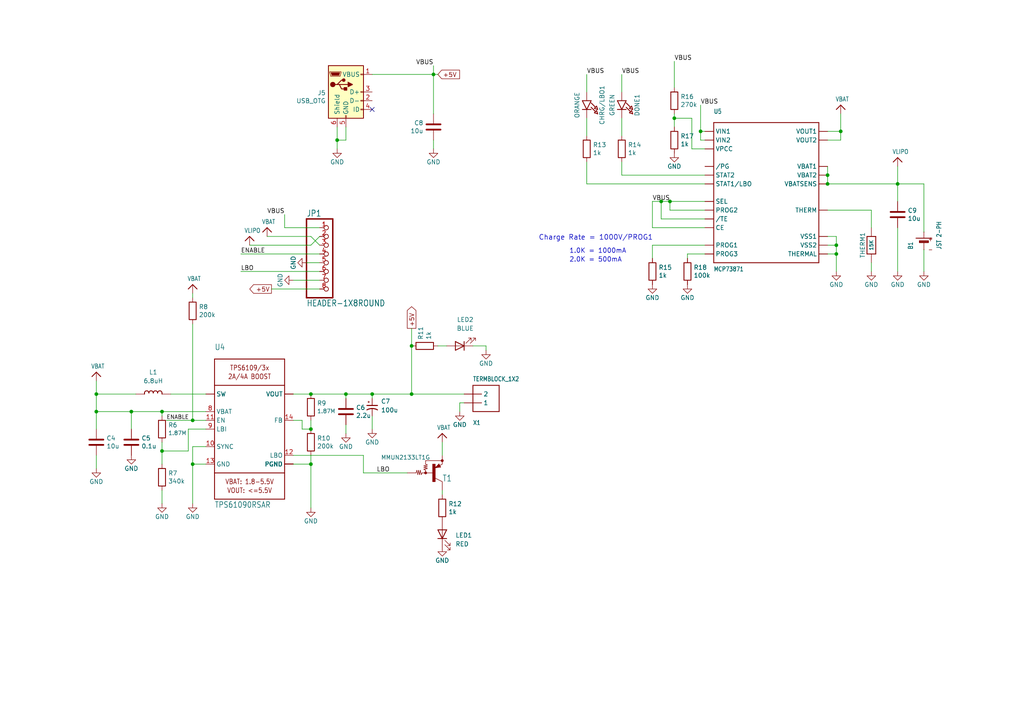
<source format=kicad_sch>
(kicad_sch (version 20211123) (generator eeschema)

  (uuid 4b5d0eab-307f-4421-bb71-ce9f9fedf378)

  (paper "A4")

  (title_block
    (title "EZhud CM4 Carrier Board")
    (date "2022-07-17")
    (rev "v01")
    (company "ClearNav")
  )

  (lib_symbols
    (symbol "Adafruit PowerBoost 1000C Rev B-eagle-import:-PNP_DRIVER-SC59-BEC" (in_bom yes) (on_board yes)
      (property "Reference" "T" (id 0) (at -10.16 7.62 0)
        (effects (font (size 1.778 1.5113)) (justify left bottom))
      )
      (property "Value" "-PNP_DRIVER-SC59-BEC" (id 1) (at -10.16 5.08 0)
        (effects (font (size 1.778 1.5113)) (justify left bottom))
      )
      (property "Footprint" "Adafruit PowerBoost 1000C Rev B:SC59-BEC" (id 2) (at 0 0 0)
        (effects (font (size 1.27 1.27)) hide)
      )
      (property "Datasheet" "" (id 3) (at 0 0 0)
        (effects (font (size 1.27 1.27)) hide)
      )
      (property "ki_locked" "" (id 4) (at 0 0 0)
        (effects (font (size 1.27 1.27)))
      )
      (symbol "-PNP_DRIVER-SC59-BEC_1_0"
        (circle (center -2.286 0) (radius 0.254)
          (stroke (width 0.3048) (type default) (color 0 0 0 0))
          (fill (type none))
        )
        (rectangle (start -0.254 -2.54) (end 0.508 2.54)
          (stroke (width 0) (type default) (color 0 0 0 0))
          (fill (type outline))
        )
        (polyline
          (pts
            (xy -5.08 0)
            (xy -4.826 0.762)
          )
          (stroke (width 0.1524) (type default) (color 0 0 0 0))
          (fill (type none))
        )
        (polyline
          (pts
            (xy -4.826 0.762)
            (xy -4.572 -0.508)
          )
          (stroke (width 0.1524) (type default) (color 0 0 0 0))
          (fill (type none))
        )
        (polyline
          (pts
            (xy -4.572 -0.508)
            (xy -4.318 0.762)
          )
          (stroke (width 0.1524) (type default) (color 0 0 0 0))
          (fill (type none))
        )
        (polyline
          (pts
            (xy -4.318 0.762)
            (xy -4.064 -0.508)
          )
          (stroke (width 0.1524) (type default) (color 0 0 0 0))
          (fill (type none))
        )
        (polyline
          (pts
            (xy -4.064 -0.508)
            (xy -3.81 0.762)
          )
          (stroke (width 0.1524) (type default) (color 0 0 0 0))
          (fill (type none))
        )
        (polyline
          (pts
            (xy -3.81 0.762)
            (xy -3.556 -0.508)
          )
          (stroke (width 0.1524) (type default) (color 0 0 0 0))
          (fill (type none))
        )
        (polyline
          (pts
            (xy -3.556 -0.508)
            (xy -3.302 0)
          )
          (stroke (width 0.1524) (type default) (color 0 0 0 0))
          (fill (type none))
        )
        (polyline
          (pts
            (xy -3.302 0)
            (xy -2.286 0)
          )
          (stroke (width 0.1524) (type default) (color 0 0 0 0))
          (fill (type none))
        )
        (polyline
          (pts
            (xy -2.794 1.016)
            (xy -1.778 1.27)
          )
          (stroke (width 0.1524) (type default) (color 0 0 0 0))
          (fill (type none))
        )
        (polyline
          (pts
            (xy -2.794 1.524)
            (xy -1.778 1.778)
          )
          (stroke (width 0.1524) (type default) (color 0 0 0 0))
          (fill (type none))
        )
        (polyline
          (pts
            (xy -2.794 2.032)
            (xy -1.778 2.286)
          )
          (stroke (width 0.1524) (type default) (color 0 0 0 0))
          (fill (type none))
        )
        (polyline
          (pts
            (xy -2.286 0)
            (xy -2.286 0.762)
          )
          (stroke (width 0.1524) (type default) (color 0 0 0 0))
          (fill (type none))
        )
        (polyline
          (pts
            (xy -2.286 0)
            (xy -0.254 0)
          )
          (stroke (width 0.1524) (type default) (color 0 0 0 0))
          (fill (type none))
        )
        (polyline
          (pts
            (xy -2.286 0.762)
            (xy -2.794 1.016)
          )
          (stroke (width 0.1524) (type default) (color 0 0 0 0))
          (fill (type none))
        )
        (polyline
          (pts
            (xy -2.286 2.54)
            (xy -2.286 3.556)
          )
          (stroke (width 0.1524) (type default) (color 0 0 0 0))
          (fill (type none))
        )
        (polyline
          (pts
            (xy -2.286 3.556)
            (xy 2.54 3.556)
          )
          (stroke (width 0.1524) (type default) (color 0 0 0 0))
          (fill (type none))
        )
        (polyline
          (pts
            (xy -1.778 1.27)
            (xy -2.794 1.524)
          )
          (stroke (width 0.1524) (type default) (color 0 0 0 0))
          (fill (type none))
        )
        (polyline
          (pts
            (xy -1.778 1.778)
            (xy -2.794 2.032)
          )
          (stroke (width 0.1524) (type default) (color 0 0 0 0))
          (fill (type none))
        )
        (polyline
          (pts
            (xy -1.778 2.286)
            (xy -2.286 2.54)
          )
          (stroke (width 0.1524) (type default) (color 0 0 0 0))
          (fill (type none))
        )
        (polyline
          (pts
            (xy 0.5159 1.478)
            (xy 2.0861 1.6779)
          )
          (stroke (width 0.1524) (type default) (color 0 0 0 0))
          (fill (type none))
        )
        (polyline
          (pts
            (xy 0.762 1.651)
            (xy 1.778 1.778)
          )
          (stroke (width 0.254) (type default) (color 0 0 0 0))
          (fill (type none))
        )
        (polyline
          (pts
            (xy 1.143 1.905)
            (xy 1.524 1.905)
          )
          (stroke (width 0.254) (type default) (color 0 0 0 0))
          (fill (type none))
        )
        (polyline
          (pts
            (xy 1.524 2.159)
            (xy 1.143 1.905)
          )
          (stroke (width 0.254) (type default) (color 0 0 0 0))
          (fill (type none))
        )
        (polyline
          (pts
            (xy 1.524 2.413)
            (xy 0.762 1.651)
          )
          (stroke (width 0.254) (type default) (color 0 0 0 0))
          (fill (type none))
        )
        (polyline
          (pts
            (xy 1.5781 2.5941)
            (xy 0.5159 1.478)
          )
          (stroke (width 0.1524) (type default) (color 0 0 0 0))
          (fill (type none))
        )
        (polyline
          (pts
            (xy 1.778 1.778)
            (xy 1.524 2.159)
          )
          (stroke (width 0.254) (type default) (color 0 0 0 0))
          (fill (type none))
        )
        (polyline
          (pts
            (xy 1.905 1.778)
            (xy 1.524 2.413)
          )
          (stroke (width 0.254) (type default) (color 0 0 0 0))
          (fill (type none))
        )
        (polyline
          (pts
            (xy 2.0861 1.6779)
            (xy 1.5781 2.5941)
          )
          (stroke (width 0.1524) (type default) (color 0 0 0 0))
          (fill (type none))
        )
        (polyline
          (pts
            (xy 2.54 -2.54)
            (xy 0.508 -1.524)
          )
          (stroke (width 0.1524) (type default) (color 0 0 0 0))
          (fill (type none))
        )
        (polyline
          (pts
            (xy 2.54 2.54)
            (xy 1.808 2.1239)
          )
          (stroke (width 0.1524) (type default) (color 0 0 0 0))
          (fill (type none))
        )
        (circle (center 2.54 3.556) (radius 0.254)
          (stroke (width 0.3048) (type default) (color 0 0 0 0))
          (fill (type none))
        )
        (pin passive line (at -7.62 0 0) (length 2.54)
          (name "B" (effects (font (size 0 0))))
          (number "B" (effects (font (size 0 0))))
        )
        (pin passive line (at 2.54 -5.08 90) (length 2.54)
          (name "C" (effects (font (size 0 0))))
          (number "C" (effects (font (size 0 0))))
        )
        (pin passive line (at 2.54 5.08 270) (length 2.54)
          (name "E" (effects (font (size 0 0))))
          (number "E" (effects (font (size 0 0))))
        )
      )
    )
    (symbol "Adafruit PowerBoost 1000C Rev B-eagle-import:BATTERY" (in_bom yes) (on_board yes)
      (property "Reference" "B" (id 0) (at -2.54 3.175 0)
        (effects (font (size 1.27 1.0795)) (justify left bottom))
      )
      (property "Value" "BATTERY" (id 1) (at -2.54 -5.08 0)
        (effects (font (size 1.27 1.0795)) (justify left bottom))
      )
      (property "Footprint" "Adafruit PowerBoost 1000C Rev B:JSTPH2" (id 2) (at 0 0 0)
        (effects (font (size 1.27 1.27)) hide)
      )
      (property "Datasheet" "" (id 3) (at 0 0 0)
        (effects (font (size 1.27 1.27)) hide)
      )
      (property "ki_locked" "" (id 4) (at 0 0 0)
        (effects (font (size 1.27 1.27)))
      )
      (symbol "BATTERY_1_0"
        (polyline
          (pts
            (xy -2.54 0)
            (xy -0.635 0)
          )
          (stroke (width 0.1524) (type default) (color 0 0 0 0))
          (fill (type none))
        )
        (polyline
          (pts
            (xy -0.508 -1.27)
            (xy -0.508 1.27)
          )
          (stroke (width 0.254) (type default) (color 0 0 0 0))
          (fill (type none))
        )
        (polyline
          (pts
            (xy -0.508 1.27)
            (xy -0.254 1.27)
          )
          (stroke (width 0.254) (type default) (color 0 0 0 0))
          (fill (type none))
        )
        (polyline
          (pts
            (xy -0.254 -1.27)
            (xy -0.508 -1.27)
          )
          (stroke (width 0.254) (type default) (color 0 0 0 0))
          (fill (type none))
        )
        (polyline
          (pts
            (xy -0.254 1.27)
            (xy -0.254 -1.27)
          )
          (stroke (width 0.254) (type default) (color 0 0 0 0))
          (fill (type none))
        )
        (polyline
          (pts
            (xy -0.254 1.27)
            (xy 0 1.27)
          )
          (stroke (width 0.254) (type default) (color 0 0 0 0))
          (fill (type none))
        )
        (polyline
          (pts
            (xy 0 -1.27)
            (xy -0.254 -1.27)
          )
          (stroke (width 0.254) (type default) (color 0 0 0 0))
          (fill (type none))
        )
        (polyline
          (pts
            (xy 0 1.27)
            (xy 0 -1.27)
          )
          (stroke (width 0.254) (type default) (color 0 0 0 0))
          (fill (type none))
        )
        (polyline
          (pts
            (xy 0.762 2.286)
            (xy 0.762 -2.286)
          )
          (stroke (width 0.254) (type default) (color 0 0 0 0))
          (fill (type none))
        )
        (polyline
          (pts
            (xy 0.889 0)
            (xy 2.54 0)
          )
          (stroke (width 0.1524) (type default) (color 0 0 0 0))
          (fill (type none))
        )
        (text "+" (at 1.27 -1.143 900)
          (effects (font (size 1.27 1.0795)) (justify right top))
        )
        (text "-" (at -1.778 -1.143 900)
          (effects (font (size 1.27 1.0795)) (justify right top))
        )
        (pin passive line (at -2.54 0 0) (length 0)
          (name "-" (effects (font (size 0 0))))
          (number "1" (effects (font (size 0 0))))
        )
        (pin passive line (at 2.54 0 180) (length 0)
          (name "+" (effects (font (size 0 0))))
          (number "2" (effects (font (size 0 0))))
        )
      )
    )
    (symbol "Adafruit PowerBoost 1000C Rev B-eagle-import:HEADER-1X8ROUND" (in_bom yes) (on_board yes)
      (property "Reference" "JP" (id 0) (at -6.35 13.335 0)
        (effects (font (size 1.778 1.5113)) (justify left bottom))
      )
      (property "Value" "HEADER-1X8ROUND" (id 1) (at -6.35 -12.7 0)
        (effects (font (size 1.778 1.5113)) (justify left bottom))
      )
      (property "Footprint" "Adafruit PowerBoost 1000C Rev B:1X08_ROUND" (id 2) (at 0 0 0)
        (effects (font (size 1.27 1.27)) hide)
      )
      (property "Datasheet" "" (id 3) (at 0 0 0)
        (effects (font (size 1.27 1.27)) hide)
      )
      (property "ki_locked" "" (id 4) (at 0 0 0)
        (effects (font (size 1.27 1.27)))
      )
      (symbol "HEADER-1X8ROUND_1_0"
        (polyline
          (pts
            (xy -6.35 -10.16)
            (xy 1.27 -10.16)
          )
          (stroke (width 0.4064) (type default) (color 0 0 0 0))
          (fill (type none))
        )
        (polyline
          (pts
            (xy -6.35 12.7)
            (xy -6.35 -10.16)
          )
          (stroke (width 0.4064) (type default) (color 0 0 0 0))
          (fill (type none))
        )
        (polyline
          (pts
            (xy 1.27 -10.16)
            (xy 1.27 12.7)
          )
          (stroke (width 0.4064) (type default) (color 0 0 0 0))
          (fill (type none))
        )
        (polyline
          (pts
            (xy 1.27 12.7)
            (xy -6.35 12.7)
          )
          (stroke (width 0.4064) (type default) (color 0 0 0 0))
          (fill (type none))
        )
        (pin passive inverted (at -2.54 10.16 0) (length 2.54)
          (name "1" (effects (font (size 0 0))))
          (number "1" (effects (font (size 1.27 1.27))))
        )
        (pin passive inverted (at -2.54 7.62 0) (length 2.54)
          (name "2" (effects (font (size 0 0))))
          (number "2" (effects (font (size 1.27 1.27))))
        )
        (pin passive inverted (at -2.54 5.08 0) (length 2.54)
          (name "3" (effects (font (size 0 0))))
          (number "3" (effects (font (size 1.27 1.27))))
        )
        (pin passive inverted (at -2.54 2.54 0) (length 2.54)
          (name "4" (effects (font (size 0 0))))
          (number "4" (effects (font (size 1.27 1.27))))
        )
        (pin passive inverted (at -2.54 0 0) (length 2.54)
          (name "5" (effects (font (size 0 0))))
          (number "5" (effects (font (size 1.27 1.27))))
        )
        (pin passive inverted (at -2.54 -2.54 0) (length 2.54)
          (name "6" (effects (font (size 0 0))))
          (number "6" (effects (font (size 1.27 1.27))))
        )
        (pin passive inverted (at -2.54 -5.08 0) (length 2.54)
          (name "7" (effects (font (size 0 0))))
          (number "7" (effects (font (size 1.27 1.27))))
        )
        (pin passive inverted (at -2.54 -7.62 0) (length 2.54)
          (name "8" (effects (font (size 0 0))))
          (number "8" (effects (font (size 1.27 1.27))))
        )
      )
    )
    (symbol "Adafruit PowerBoost 1000C Rev B-eagle-import:INDUCTORTDK_VLC5045" (in_bom yes) (on_board yes)
      (property "Reference" "L" (id 0) (at 0 2.54 0)
        (effects (font (size 1.27 1.0795)))
      )
      (property "Value" "INDUCTORTDK_VLC5045" (id 1) (at 0 -1.54 0)
        (effects (font (size 1.27 1.0795)))
      )
      (property "Footprint" "Adafruit PowerBoost 1000C Rev B:INDUCTOR_5X5MM_TDK_VLC5045" (id 2) (at 0 0 0)
        (effects (font (size 1.27 1.27)) hide)
      )
      (property "Datasheet" "" (id 3) (at 0 0 0)
        (effects (font (size 1.27 1.27)) hide)
      )
      (property "ki_locked" "" (id 4) (at 0 0 0)
        (effects (font (size 1.27 1.27)))
      )
      (symbol "INDUCTORTDK_VLC5045_1_0"
        (arc (start -1.27 0.3175) (mid -1.905 0.9524) (end -2.54 0.3175)
          (stroke (width 0.254) (type default) (color 0 0 0 0))
          (fill (type none))
        )
        (polyline
          (pts
            (xy -2.54 0.3175)
            (xy -2.54 0)
          )
          (stroke (width 0.254) (type default) (color 0 0 0 0))
          (fill (type none))
        )
        (polyline
          (pts
            (xy 2.54 0.3175)
            (xy 2.54 0)
          )
          (stroke (width 0.254) (type default) (color 0 0 0 0))
          (fill (type none))
        )
        (arc (start 0 0.3175) (mid -0.635 0.9524) (end -1.27 0.3175)
          (stroke (width 0.254) (type default) (color 0 0 0 0))
          (fill (type none))
        )
        (arc (start 1.27 0.3175) (mid 0.635 0.9524) (end 0 0.3175)
          (stroke (width 0.254) (type default) (color 0 0 0 0))
          (fill (type none))
        )
        (arc (start 2.54 0.3175) (mid 1.905 0.9524) (end 1.27 0.3175)
          (stroke (width 0.254) (type default) (color 0 0 0 0))
          (fill (type none))
        )
        (pin passive line (at -5.08 0 0) (length 2.54)
          (name "1" (effects (font (size 0 0))))
          (number "P$1" (effects (font (size 0 0))))
        )
        (pin passive line (at 5.08 0 180) (length 2.54)
          (name "2" (effects (font (size 0 0))))
          (number "P$2" (effects (font (size 0 0))))
        )
      )
    )
    (symbol "Adafruit PowerBoost 1000C Rev B-eagle-import:LED0805_NOOUTLINE" (in_bom yes) (on_board yes)
      (property "Reference" "D" (id 0) (at -1.27 4.445 0)
        (effects (font (size 1.27 1.0795)))
      )
      (property "Value" "LED0805_NOOUTLINE" (id 1) (at -1.27 -2.794 0)
        (effects (font (size 1.27 1.0795)))
      )
      (property "Footprint" "Adafruit PowerBoost 1000C Rev B:CHIPLED_0805_NOOUTLINE" (id 2) (at 0 0 0)
        (effects (font (size 1.27 1.27)) hide)
      )
      (property "Datasheet" "" (id 3) (at 0 0 0)
        (effects (font (size 1.27 1.27)) hide)
      )
      (property "ki_locked" "" (id 4) (at 0 0 0)
        (effects (font (size 1.27 1.27)))
      )
      (symbol "LED0805_NOOUTLINE_1_0"
        (polyline
          (pts
            (xy -2.54 -1.27)
            (xy 0 0)
          )
          (stroke (width 0.254) (type default) (color 0 0 0 0))
          (fill (type none))
        )
        (polyline
          (pts
            (xy -2.54 1.27)
            (xy -2.54 -1.27)
          )
          (stroke (width 0.254) (type default) (color 0 0 0 0))
          (fill (type none))
        )
        (polyline
          (pts
            (xy -1.905 1.27)
            (xy -0.635 2.54)
          )
          (stroke (width 0.254) (type default) (color 0 0 0 0))
          (fill (type none))
        )
        (polyline
          (pts
            (xy -0.9525 2.8575)
            (xy -0.3175 2.2225)
          )
          (stroke (width 0.254) (type default) (color 0 0 0 0))
          (fill (type none))
        )
        (polyline
          (pts
            (xy -0.635 1.27)
            (xy 0.635 2.54)
          )
          (stroke (width 0.254) (type default) (color 0 0 0 0))
          (fill (type none))
        )
        (polyline
          (pts
            (xy -0.3175 2.2225)
            (xy 0 3.175)
          )
          (stroke (width 0.254) (type default) (color 0 0 0 0))
          (fill (type none))
        )
        (polyline
          (pts
            (xy 0 0)
            (xy -2.54 1.27)
          )
          (stroke (width 0.254) (type default) (color 0 0 0 0))
          (fill (type none))
        )
        (polyline
          (pts
            (xy 0 0)
            (xy 0 -1.27)
          )
          (stroke (width 0.254) (type default) (color 0 0 0 0))
          (fill (type none))
        )
        (polyline
          (pts
            (xy 0 1.27)
            (xy 0 0)
          )
          (stroke (width 0.254) (type default) (color 0 0 0 0))
          (fill (type none))
        )
        (polyline
          (pts
            (xy 0 3.175)
            (xy -0.9525 2.8575)
          )
          (stroke (width 0.254) (type default) (color 0 0 0 0))
          (fill (type none))
        )
        (polyline
          (pts
            (xy 0.3175 2.8575)
            (xy 0.9525 2.2225)
          )
          (stroke (width 0.254) (type default) (color 0 0 0 0))
          (fill (type none))
        )
        (polyline
          (pts
            (xy 0.9525 2.2225)
            (xy 1.27 3.175)
          )
          (stroke (width 0.254) (type default) (color 0 0 0 0))
          (fill (type none))
        )
        (polyline
          (pts
            (xy 1.27 3.175)
            (xy 0.3175 2.8575)
          )
          (stroke (width 0.254) (type default) (color 0 0 0 0))
          (fill (type none))
        )
        (pin passive line (at -5.08 0 0) (length 2.54)
          (name "A" (effects (font (size 0 0))))
          (number "A" (effects (font (size 0 0))))
        )
        (pin passive line (at 2.54 0 180) (length 2.54)
          (name "C" (effects (font (size 0 0))))
          (number "C" (effects (font (size 0 0))))
        )
      )
    )
    (symbol "Adafruit PowerBoost 1000C Rev B-eagle-import:MCP73871" (in_bom yes) (on_board yes)
      (property "Reference" "U" (id 0) (at -15.24 22.86 0)
        (effects (font (size 1.27 1.0795)) (justify left bottom))
      )
      (property "Value" "MCP73871" (id 1) (at -15.24 -22.86 0)
        (effects (font (size 1.27 1.0795)) (justify left bottom))
      )
      (property "Footprint" "Adafruit PowerBoost 1000C Rev B:QFN20_4MM" (id 2) (at 0 0 0)
        (effects (font (size 1.27 1.27)) hide)
      )
      (property "Datasheet" "" (id 3) (at 0 0 0)
        (effects (font (size 1.27 1.27)) hide)
      )
      (property "ki_locked" "" (id 4) (at 0 0 0)
        (effects (font (size 1.27 1.27)))
      )
      (symbol "MCP73871_1_0"
        (polyline
          (pts
            (xy -15.24 -20.32)
            (xy -15.24 20.32)
          )
          (stroke (width 0.254) (type default) (color 0 0 0 0))
          (fill (type none))
        )
        (polyline
          (pts
            (xy -15.24 20.32)
            (xy 15.24 20.32)
          )
          (stroke (width 0.254) (type default) (color 0 0 0 0))
          (fill (type none))
        )
        (polyline
          (pts
            (xy 15.24 -20.32)
            (xy -15.24 -20.32)
          )
          (stroke (width 0.254) (type default) (color 0 0 0 0))
          (fill (type none))
        )
        (polyline
          (pts
            (xy 15.24 20.32)
            (xy 15.24 -20.32)
          )
          (stroke (width 0.254) (type default) (color 0 0 0 0))
          (fill (type none))
        )
        (pin bidirectional line (at 17.78 17.78 180) (length 2.54)
          (name "VOUT1" (effects (font (size 1.27 1.27))))
          (number "P$1" (effects (font (size 0 0))))
        )
        (pin bidirectional line (at 17.78 -12.7 180) (length 2.54)
          (name "VSS1" (effects (font (size 1.27 1.27))))
          (number "P$10" (effects (font (size 0 0))))
        )
        (pin bidirectional line (at 17.78 -15.24 180) (length 2.54)
          (name "VSS2" (effects (font (size 1.27 1.27))))
          (number "P$11" (effects (font (size 0 0))))
        )
        (pin bidirectional line (at -17.78 -17.78 0) (length 2.54)
          (name "PROG3" (effects (font (size 1.27 1.27))))
          (number "P$12" (effects (font (size 0 0))))
        )
        (pin bidirectional line (at -17.78 -15.24 0) (length 2.54)
          (name "PROG1" (effects (font (size 1.27 1.27))))
          (number "P$13" (effects (font (size 0 0))))
        )
        (pin bidirectional line (at 17.78 7.62 180) (length 2.54)
          (name "VBAT1" (effects (font (size 1.27 1.27))))
          (number "P$14" (effects (font (size 0 0))))
        )
        (pin bidirectional line (at 17.78 5.08 180) (length 2.54)
          (name "VBAT2" (effects (font (size 1.27 1.27))))
          (number "P$15" (effects (font (size 0 0))))
        )
        (pin bidirectional line (at 17.78 2.54 180) (length 2.54)
          (name "VBATSENS" (effects (font (size 1.27 1.27))))
          (number "P$16" (effects (font (size 0 0))))
        )
        (pin bidirectional line (at -17.78 -10.16 0) (length 2.54)
          (name "CE" (effects (font (size 1.27 1.27))))
          (number "P$17" (effects (font (size 0 0))))
        )
        (pin bidirectional line (at -17.78 17.78 0) (length 2.54)
          (name "VIN1" (effects (font (size 1.27 1.27))))
          (number "P$18" (effects (font (size 0 0))))
        )
        (pin bidirectional line (at -17.78 15.24 0) (length 2.54)
          (name "VIN2" (effects (font (size 1.27 1.27))))
          (number "P$19" (effects (font (size 0 0))))
        )
        (pin bidirectional line (at -17.78 12.7 0) (length 2.54)
          (name "VPCC" (effects (font (size 1.27 1.27))))
          (number "P$2" (effects (font (size 0 0))))
        )
        (pin bidirectional line (at 17.78 15.24 180) (length 2.54)
          (name "VOUT2" (effects (font (size 1.27 1.27))))
          (number "P$20" (effects (font (size 0 0))))
        )
        (pin bidirectional line (at 17.78 -17.78 180) (length 2.54)
          (name "THERMAL" (effects (font (size 1.27 1.27))))
          (number "P$21" (effects (font (size 0 0))))
        )
        (pin bidirectional line (at -17.78 -2.54 0) (length 2.54)
          (name "SEL" (effects (font (size 1.27 1.27))))
          (number "P$3" (effects (font (size 0 0))))
        )
        (pin bidirectional line (at -17.78 -5.08 0) (length 2.54)
          (name "PROG2" (effects (font (size 1.27 1.27))))
          (number "P$4" (effects (font (size 0 0))))
        )
        (pin bidirectional line (at 17.78 -5.08 180) (length 2.54)
          (name "THERM" (effects (font (size 1.27 1.27))))
          (number "P$5" (effects (font (size 0 0))))
        )
        (pin bidirectional line (at -17.78 7.62 0) (length 2.54)
          (name "/PG" (effects (font (size 1.27 1.27))))
          (number "P$6" (effects (font (size 0 0))))
        )
        (pin bidirectional line (at -17.78 5.08 0) (length 2.54)
          (name "STAT2" (effects (font (size 1.27 1.27))))
          (number "P$7" (effects (font (size 0 0))))
        )
        (pin bidirectional line (at -17.78 2.54 0) (length 2.54)
          (name "STAT1/LBO" (effects (font (size 1.27 1.27))))
          (number "P$8" (effects (font (size 0 0))))
        )
        (pin bidirectional line (at -17.78 -7.62 0) (length 2.54)
          (name "/TE" (effects (font (size 1.27 1.27))))
          (number "P$9" (effects (font (size 0 0))))
        )
      )
    )
    (symbol "Adafruit PowerBoost 1000C Rev B-eagle-import:RESISTOR0805_NOOUTLINE" (in_bom yes) (on_board yes)
      (property "Reference" "R" (id 0) (at 0 2.54 0)
        (effects (font (size 1.27 1.27)))
      )
      (property "Value" "RESISTOR0805_NOOUTLINE" (id 1) (at 0 0 0)
        (effects (font (size 1.016 1.016) bold))
      )
      (property "Footprint" "Adafruit PowerBoost 1000C Rev B:0805-NO" (id 2) (at 0 0 0)
        (effects (font (size 1.27 1.27)) hide)
      )
      (property "Datasheet" "" (id 3) (at 0 0 0)
        (effects (font (size 1.27 1.27)) hide)
      )
      (property "ki_locked" "" (id 4) (at 0 0 0)
        (effects (font (size 1.27 1.27)))
      )
      (symbol "RESISTOR0805_NOOUTLINE_1_0"
        (polyline
          (pts
            (xy -2.54 -1.27)
            (xy -2.54 1.27)
          )
          (stroke (width 0.254) (type default) (color 0 0 0 0))
          (fill (type none))
        )
        (polyline
          (pts
            (xy -2.54 1.27)
            (xy 2.54 1.27)
          )
          (stroke (width 0.254) (type default) (color 0 0 0 0))
          (fill (type none))
        )
        (polyline
          (pts
            (xy 2.54 -1.27)
            (xy -2.54 -1.27)
          )
          (stroke (width 0.254) (type default) (color 0 0 0 0))
          (fill (type none))
        )
        (polyline
          (pts
            (xy 2.54 1.27)
            (xy 2.54 -1.27)
          )
          (stroke (width 0.254) (type default) (color 0 0 0 0))
          (fill (type none))
        )
        (pin passive line (at -5.08 0 0) (length 2.54)
          (name "1" (effects (font (size 0 0))))
          (number "1" (effects (font (size 0 0))))
        )
        (pin passive line (at 5.08 0 180) (length 2.54)
          (name "2" (effects (font (size 0 0))))
          (number "2" (effects (font (size 0 0))))
        )
      )
    )
    (symbol "Adafruit PowerBoost 1000C Rev B-eagle-import:TERMBLOCK_1X2" (in_bom yes) (on_board yes)
      (property "Reference" "X" (id 0) (at -2.54 7.62 0)
        (effects (font (size 1.27 1.0795)) (justify left bottom))
      )
      (property "Value" "TERMBLOCK_1X2" (id 1) (at -2.54 -5.08 0)
        (effects (font (size 1.27 1.0795)) (justify left bottom))
      )
      (property "Footprint" "Adafruit PowerBoost 1000C Rev B:TERMBLOCK_1X2-3.5MM" (id 2) (at 0 0 0)
        (effects (font (size 1.27 1.27)) hide)
      )
      (property "Datasheet" "" (id 3) (at 0 0 0)
        (effects (font (size 1.27 1.27)) hide)
      )
      (property "ki_locked" "" (id 4) (at 0 0 0)
        (effects (font (size 1.27 1.27)))
      )
      (symbol "TERMBLOCK_1X2_1_0"
        (polyline
          (pts
            (xy -2.54 -2.54)
            (xy 5.08 -2.54)
          )
          (stroke (width 0.254) (type default) (color 0 0 0 0))
          (fill (type none))
        )
        (polyline
          (pts
            (xy -2.54 5.08)
            (xy -2.54 -2.54)
          )
          (stroke (width 0.254) (type default) (color 0 0 0 0))
          (fill (type none))
        )
        (polyline
          (pts
            (xy 5.08 -2.54)
            (xy 5.08 5.08)
          )
          (stroke (width 0.254) (type default) (color 0 0 0 0))
          (fill (type none))
        )
        (polyline
          (pts
            (xy 5.08 5.08)
            (xy -2.54 5.08)
          )
          (stroke (width 0.254) (type default) (color 0 0 0 0))
          (fill (type none))
        )
        (pin passive line (at -5.08 2.54 0) (length 5.08)
          (name "1" (effects (font (size 1.27 1.27))))
          (number "1" (effects (font (size 0 0))))
        )
        (pin passive line (at -5.08 0 0) (length 5.08)
          (name "2" (effects (font (size 1.27 1.27))))
          (number "2" (effects (font (size 0 0))))
        )
      )
    )
    (symbol "Adafruit PowerBoost 1000C Rev B-eagle-import:VBAT" (power) (in_bom yes) (on_board yes)
      (property "Reference" "" (id 0) (at 0 0 0)
        (effects (font (size 1.27 1.27)) hide)
      )
      (property "Value" "VBAT" (id 1) (at -1.524 1.016 0)
        (effects (font (size 1.27 1.0795)) (justify left bottom))
      )
      (property "Footprint" "Adafruit PowerBoost 1000C Rev B:" (id 2) (at 0 0 0)
        (effects (font (size 1.27 1.27)) hide)
      )
      (property "Datasheet" "" (id 3) (at 0 0 0)
        (effects (font (size 1.27 1.27)) hide)
      )
      (property "ki_locked" "" (id 4) (at 0 0 0)
        (effects (font (size 1.27 1.27)))
      )
      (symbol "VBAT_1_0"
        (polyline
          (pts
            (xy -1.27 -1.27)
            (xy 0 0)
          )
          (stroke (width 0.254) (type default) (color 0 0 0 0))
          (fill (type none))
        )
        (polyline
          (pts
            (xy 0 0)
            (xy 1.27 -1.27)
          )
          (stroke (width 0.254) (type default) (color 0 0 0 0))
          (fill (type none))
        )
        (pin power_in line (at 0 -2.54 90) (length 2.54)
          (name "VBAT" (effects (font (size 0 0))))
          (number "1" (effects (font (size 0 0))))
        )
      )
    )
    (symbol "Adafruit PowerBoost 1000C Rev B-eagle-import:VLIPO" (power) (in_bom yes) (on_board yes)
      (property "Reference" "" (id 0) (at 0 0 0)
        (effects (font (size 1.27 1.27)) hide)
      )
      (property "Value" "VLIPO" (id 1) (at -1.524 1.016 0)
        (effects (font (size 1.27 1.0795)) (justify left bottom))
      )
      (property "Footprint" "Adafruit PowerBoost 1000C Rev B:" (id 2) (at 0 0 0)
        (effects (font (size 1.27 1.27)) hide)
      )
      (property "Datasheet" "" (id 3) (at 0 0 0)
        (effects (font (size 1.27 1.27)) hide)
      )
      (property "ki_locked" "" (id 4) (at 0 0 0)
        (effects (font (size 1.27 1.27)))
      )
      (symbol "VLIPO_1_0"
        (polyline
          (pts
            (xy -1.27 -1.27)
            (xy 0 0)
          )
          (stroke (width 0.254) (type default) (color 0 0 0 0))
          (fill (type none))
        )
        (polyline
          (pts
            (xy 0 0)
            (xy 1.27 -1.27)
          )
          (stroke (width 0.254) (type default) (color 0 0 0 0))
          (fill (type none))
        )
        (pin power_in line (at 0 -2.54 90) (length 2.54)
          (name "VLIPO" (effects (font (size 0 0))))
          (number "1" (effects (font (size 0 0))))
        )
      )
    )
    (symbol "Adafruit PowerBoost 1000C Rev B-eagle-import:VREG_TPS6103X" (in_bom yes) (on_board yes)
      (property "Reference" "U" (id 0) (at -10.16 22.86 0)
        (effects (font (size 1.6764 1.4249)) (justify left bottom))
      )
      (property "Value" "VREG_TPS6103X" (id 1) (at -10.16 -22.86 0)
        (effects (font (size 1.6764 1.4249)) (justify left bottom))
      )
      (property "Footprint" "Adafruit PowerBoost 1000C Rev B:PVQFN-16" (id 2) (at 0 0 0)
        (effects (font (size 1.27 1.27)) hide)
      )
      (property "Datasheet" "" (id 3) (at 0 0 0)
        (effects (font (size 1.27 1.27)) hide)
      )
      (property "ki_locked" "" (id 4) (at 0 0 0)
        (effects (font (size 1.27 1.27)))
      )
      (symbol "VREG_TPS6103X_1_0"
        (polyline
          (pts
            (xy -10.16 -20.32)
            (xy 10.16 -20.32)
          )
          (stroke (width 0.254) (type default) (color 0 0 0 0))
          (fill (type none))
        )
        (polyline
          (pts
            (xy -10.16 -12.7)
            (xy -10.16 -20.32)
          )
          (stroke (width 0.254) (type default) (color 0 0 0 0))
          (fill (type none))
        )
        (polyline
          (pts
            (xy -10.16 -12.7)
            (xy -10.16 12.7)
          )
          (stroke (width 0.254) (type default) (color 0 0 0 0))
          (fill (type none))
        )
        (polyline
          (pts
            (xy -10.16 12.7)
            (xy -10.16 20.32)
          )
          (stroke (width 0.254) (type default) (color 0 0 0 0))
          (fill (type none))
        )
        (polyline
          (pts
            (xy -10.16 12.7)
            (xy 10.16 12.7)
          )
          (stroke (width 0.254) (type default) (color 0 0 0 0))
          (fill (type none))
        )
        (polyline
          (pts
            (xy -10.16 20.32)
            (xy 10.16 20.32)
          )
          (stroke (width 0.254) (type default) (color 0 0 0 0))
          (fill (type none))
        )
        (polyline
          (pts
            (xy 10.16 -20.32)
            (xy 10.16 -12.7)
          )
          (stroke (width 0.254) (type default) (color 0 0 0 0))
          (fill (type none))
        )
        (polyline
          (pts
            (xy 10.16 -12.7)
            (xy -10.16 -12.7)
          )
          (stroke (width 0.254) (type default) (color 0 0 0 0))
          (fill (type none))
        )
        (polyline
          (pts
            (xy 10.16 12.7)
            (xy 10.16 -12.7)
          )
          (stroke (width 0.254) (type default) (color 0 0 0 0))
          (fill (type none))
        )
        (polyline
          (pts
            (xy 10.16 20.32)
            (xy 10.16 12.7)
          )
          (stroke (width 0.254) (type default) (color 0 0 0 0))
          (fill (type none))
        )
        (text "2A/4A BOOST" (at 0 15.24 0)
          (effects (font (size 1.4224 1.209)))
        )
        (text "TPS6109/3x" (at 0 17.78 0)
          (effects (font (size 1.4224 1.209)))
        )
        (text "VBAT: 1.8-5.5V" (at 0 -15.24 0)
          (effects (font (size 1.4224 1.209)))
        )
        (text "VOUT: <=5.5V" (at 0 -17.78 0)
          (effects (font (size 1.4224 1.209)))
        )
        (pin power_in line (at 12.7 10.16 180) (length 2.54)
          (name "VOUT" (effects (font (size 1.27 1.27))))
          (number "1" (effects (font (size 0 0))))
        )
        (pin input line (at -12.7 -5.08 0) (length 2.54)
          (name "SYNC" (effects (font (size 1.27 1.27))))
          (number "10" (effects (font (size 1.27 1.27))))
        )
        (pin input line (at -12.7 2.54 0) (length 2.54)
          (name "EN" (effects (font (size 1.27 1.27))))
          (number "11" (effects (font (size 1.27 1.27))))
        )
        (pin output line (at 12.7 -7.62 180) (length 2.54)
          (name "LBO" (effects (font (size 1.27 1.27))))
          (number "12" (effects (font (size 1.27 1.27))))
        )
        (pin power_in line (at -12.7 -10.16 0) (length 2.54)
          (name "GND" (effects (font (size 1.27 1.27))))
          (number "13" (effects (font (size 1.27 1.27))))
        )
        (pin input line (at 12.7 2.54 180) (length 2.54)
          (name "FB" (effects (font (size 1.27 1.27))))
          (number "14" (effects (font (size 1.27 1.27))))
        )
        (pin power_in line (at 12.7 10.16 180) (length 2.54)
          (name "VOUT" (effects (font (size 1.27 1.27))))
          (number "15" (effects (font (size 0 0))))
        )
        (pin power_in line (at 12.7 10.16 180) (length 2.54)
          (name "VOUT" (effects (font (size 1.27 1.27))))
          (number "16" (effects (font (size 0 0))))
        )
        (pin input line (at -12.7 10.16 0) (length 2.54)
          (name "SW" (effects (font (size 1.27 1.27))))
          (number "3" (effects (font (size 0 0))))
        )
        (pin input line (at -12.7 10.16 0) (length 2.54)
          (name "SW" (effects (font (size 1.27 1.27))))
          (number "4" (effects (font (size 0 0))))
        )
        (pin power_in line (at 12.7 -10.16 180) (length 2.54)
          (name "PGND" (effects (font (size 1.27 1.27))))
          (number "5" (effects (font (size 0 0))))
        )
        (pin power_in line (at 12.7 -10.16 180) (length 2.54)
          (name "PGND" (effects (font (size 1.27 1.27))))
          (number "6" (effects (font (size 0 0))))
        )
        (pin power_in line (at 12.7 -10.16 180) (length 2.54)
          (name "PGND" (effects (font (size 1.27 1.27))))
          (number "7" (effects (font (size 0 0))))
        )
        (pin input line (at -12.7 5.08 0) (length 2.54)
          (name "VBAT" (effects (font (size 1.27 1.27))))
          (number "8" (effects (font (size 1.27 1.27))))
        )
        (pin input line (at -12.7 0 0) (length 2.54)
          (name "LBI" (effects (font (size 1.27 1.27))))
          (number "9" (effects (font (size 1.27 1.27))))
        )
        (pin power_in line (at 12.7 -10.16 180) (length 2.54)
          (name "PGND" (effects (font (size 1.27 1.27))))
          (number "P$18" (effects (font (size 0 0))))
        )
        (pin power_in line (at 12.7 -10.16 180) (length 2.54)
          (name "PGND" (effects (font (size 1.27 1.27))))
          (number "P$19" (effects (font (size 0 0))))
        )
        (pin power_in line (at 12.7 -10.16 180) (length 2.54)
          (name "PGND" (effects (font (size 1.27 1.27))))
          (number "P$20" (effects (font (size 0 0))))
        )
        (pin power_in line (at 12.7 -10.16 180) (length 2.54)
          (name "PGND" (effects (font (size 1.27 1.27))))
          (number "P$21" (effects (font (size 0 0))))
        )
        (pin power_in line (at 12.7 -10.16 180) (length 2.54)
          (name "PGND" (effects (font (size 1.27 1.27))))
          (number "P$22" (effects (font (size 0 0))))
        )
        (pin power_in line (at 12.7 -10.16 180) (length 2.54)
          (name "PGND" (effects (font (size 1.27 1.27))))
          (number "THERMAL" (effects (font (size 0 0))))
        )
      )
    )
    (symbol "Connector:USB_OTG" (pin_names (offset 1.016)) (in_bom yes) (on_board yes)
      (property "Reference" "J" (id 0) (at -5.08 11.43 0)
        (effects (font (size 1.27 1.27)) (justify left))
      )
      (property "Value" "USB_OTG" (id 1) (at -5.08 8.89 0)
        (effects (font (size 1.27 1.27)) (justify left))
      )
      (property "Footprint" "" (id 2) (at 3.81 -1.27 0)
        (effects (font (size 1.27 1.27)) hide)
      )
      (property "Datasheet" " ~" (id 3) (at 3.81 -1.27 0)
        (effects (font (size 1.27 1.27)) hide)
      )
      (property "ki_keywords" "connector USB" (id 4) (at 0 0 0)
        (effects (font (size 1.27 1.27)) hide)
      )
      (property "ki_description" "USB mini/micro connector" (id 5) (at 0 0 0)
        (effects (font (size 1.27 1.27)) hide)
      )
      (property "ki_fp_filters" "USB*" (id 6) (at 0 0 0)
        (effects (font (size 1.27 1.27)) hide)
      )
      (symbol "USB_OTG_0_1"
        (rectangle (start -5.08 -7.62) (end 5.08 7.62)
          (stroke (width 0.254) (type default) (color 0 0 0 0))
          (fill (type background))
        )
        (circle (center -3.81 2.159) (radius 0.635)
          (stroke (width 0.254) (type default) (color 0 0 0 0))
          (fill (type outline))
        )
        (circle (center -0.635 3.429) (radius 0.381)
          (stroke (width 0.254) (type default) (color 0 0 0 0))
          (fill (type outline))
        )
        (rectangle (start -0.127 -7.62) (end 0.127 -6.858)
          (stroke (width 0) (type default) (color 0 0 0 0))
          (fill (type none))
        )
        (polyline
          (pts
            (xy -1.905 2.159)
            (xy 0.635 2.159)
          )
          (stroke (width 0.254) (type default) (color 0 0 0 0))
          (fill (type none))
        )
        (polyline
          (pts
            (xy -3.175 2.159)
            (xy -2.54 2.159)
            (xy -1.27 3.429)
            (xy -0.635 3.429)
          )
          (stroke (width 0.254) (type default) (color 0 0 0 0))
          (fill (type none))
        )
        (polyline
          (pts
            (xy -2.54 2.159)
            (xy -1.905 2.159)
            (xy -1.27 0.889)
            (xy 0 0.889)
          )
          (stroke (width 0.254) (type default) (color 0 0 0 0))
          (fill (type none))
        )
        (polyline
          (pts
            (xy 0.635 2.794)
            (xy 0.635 1.524)
            (xy 1.905 2.159)
            (xy 0.635 2.794)
          )
          (stroke (width 0.254) (type default) (color 0 0 0 0))
          (fill (type outline))
        )
        (polyline
          (pts
            (xy -4.318 5.588)
            (xy -1.778 5.588)
            (xy -2.032 4.826)
            (xy -4.064 4.826)
            (xy -4.318 5.588)
          )
          (stroke (width 0) (type default) (color 0 0 0 0))
          (fill (type outline))
        )
        (polyline
          (pts
            (xy -4.699 5.842)
            (xy -4.699 5.588)
            (xy -4.445 4.826)
            (xy -4.445 4.572)
            (xy -1.651 4.572)
            (xy -1.651 4.826)
            (xy -1.397 5.588)
            (xy -1.397 5.842)
            (xy -4.699 5.842)
          )
          (stroke (width 0) (type default) (color 0 0 0 0))
          (fill (type none))
        )
        (rectangle (start 0.254 1.27) (end -0.508 0.508)
          (stroke (width 0.254) (type default) (color 0 0 0 0))
          (fill (type outline))
        )
        (rectangle (start 5.08 -5.207) (end 4.318 -4.953)
          (stroke (width 0) (type default) (color 0 0 0 0))
          (fill (type none))
        )
        (rectangle (start 5.08 -2.667) (end 4.318 -2.413)
          (stroke (width 0) (type default) (color 0 0 0 0))
          (fill (type none))
        )
        (rectangle (start 5.08 -0.127) (end 4.318 0.127)
          (stroke (width 0) (type default) (color 0 0 0 0))
          (fill (type none))
        )
        (rectangle (start 5.08 4.953) (end 4.318 5.207)
          (stroke (width 0) (type default) (color 0 0 0 0))
          (fill (type none))
        )
      )
      (symbol "USB_OTG_1_1"
        (pin passive line (at 7.62 5.08 180) (length 2.54)
          (name "VBUS" (effects (font (size 1.27 1.27))))
          (number "1" (effects (font (size 1.27 1.27))))
        )
        (pin bidirectional line (at 7.62 -2.54 180) (length 2.54)
          (name "D-" (effects (font (size 1.27 1.27))))
          (number "2" (effects (font (size 1.27 1.27))))
        )
        (pin bidirectional line (at 7.62 0 180) (length 2.54)
          (name "D+" (effects (font (size 1.27 1.27))))
          (number "3" (effects (font (size 1.27 1.27))))
        )
        (pin passive line (at 7.62 -5.08 180) (length 2.54)
          (name "ID" (effects (font (size 1.27 1.27))))
          (number "4" (effects (font (size 1.27 1.27))))
        )
        (pin passive line (at 0 -10.16 90) (length 2.54)
          (name "GND" (effects (font (size 1.27 1.27))))
          (number "5" (effects (font (size 1.27 1.27))))
        )
        (pin passive line (at -2.54 -10.16 90) (length 2.54)
          (name "Shield" (effects (font (size 1.27 1.27))))
          (number "6" (effects (font (size 1.27 1.27))))
        )
      )
    )
    (symbol "Device:C" (pin_numbers hide) (pin_names (offset 0.254)) (in_bom yes) (on_board yes)
      (property "Reference" "C" (id 0) (at 0.635 2.54 0)
        (effects (font (size 1.27 1.27)) (justify left))
      )
      (property "Value" "C" (id 1) (at 0.635 -2.54 0)
        (effects (font (size 1.27 1.27)) (justify left))
      )
      (property "Footprint" "" (id 2) (at 0.9652 -3.81 0)
        (effects (font (size 1.27 1.27)) hide)
      )
      (property "Datasheet" "~" (id 3) (at 0 0 0)
        (effects (font (size 1.27 1.27)) hide)
      )
      (property "ki_keywords" "cap capacitor" (id 4) (at 0 0 0)
        (effects (font (size 1.27 1.27)) hide)
      )
      (property "ki_description" "Unpolarized capacitor" (id 5) (at 0 0 0)
        (effects (font (size 1.27 1.27)) hide)
      )
      (property "ki_fp_filters" "C_*" (id 6) (at 0 0 0)
        (effects (font (size 1.27 1.27)) hide)
      )
      (symbol "C_0_1"
        (polyline
          (pts
            (xy -2.032 -0.762)
            (xy 2.032 -0.762)
          )
          (stroke (width 0.508) (type default) (color 0 0 0 0))
          (fill (type none))
        )
        (polyline
          (pts
            (xy -2.032 0.762)
            (xy 2.032 0.762)
          )
          (stroke (width 0.508) (type default) (color 0 0 0 0))
          (fill (type none))
        )
      )
      (symbol "C_1_1"
        (pin passive line (at 0 3.81 270) (length 2.794)
          (name "~" (effects (font (size 1.27 1.27))))
          (number "1" (effects (font (size 1.27 1.27))))
        )
        (pin passive line (at 0 -3.81 90) (length 2.794)
          (name "~" (effects (font (size 1.27 1.27))))
          (number "2" (effects (font (size 1.27 1.27))))
        )
      )
    )
    (symbol "Device:C_Polarized_Small_US" (pin_numbers hide) (pin_names (offset 0.254) hide) (in_bom yes) (on_board yes)
      (property "Reference" "C" (id 0) (at 0.254 1.778 0)
        (effects (font (size 1.27 1.27)) (justify left))
      )
      (property "Value" "C_Polarized_Small_US" (id 1) (at 0.254 -2.032 0)
        (effects (font (size 1.27 1.27)) (justify left))
      )
      (property "Footprint" "" (id 2) (at 0 0 0)
        (effects (font (size 1.27 1.27)) hide)
      )
      (property "Datasheet" "~" (id 3) (at 0 0 0)
        (effects (font (size 1.27 1.27)) hide)
      )
      (property "ki_keywords" "cap capacitor" (id 4) (at 0 0 0)
        (effects (font (size 1.27 1.27)) hide)
      )
      (property "ki_description" "Polarized capacitor, small US symbol" (id 5) (at 0 0 0)
        (effects (font (size 1.27 1.27)) hide)
      )
      (property "ki_fp_filters" "CP_*" (id 6) (at 0 0 0)
        (effects (font (size 1.27 1.27)) hide)
      )
      (symbol "C_Polarized_Small_US_0_1"
        (polyline
          (pts
            (xy -1.524 0.508)
            (xy 1.524 0.508)
          )
          (stroke (width 0.3048) (type default) (color 0 0 0 0))
          (fill (type none))
        )
        (polyline
          (pts
            (xy -1.27 1.524)
            (xy -0.762 1.524)
          )
          (stroke (width 0) (type default) (color 0 0 0 0))
          (fill (type none))
        )
        (polyline
          (pts
            (xy -1.016 1.27)
            (xy -1.016 1.778)
          )
          (stroke (width 0) (type default) (color 0 0 0 0))
          (fill (type none))
        )
        (arc (start 1.524 -0.762) (mid 0 -0.3734) (end -1.524 -0.762)
          (stroke (width 0.3048) (type default) (color 0 0 0 0))
          (fill (type none))
        )
      )
      (symbol "C_Polarized_Small_US_1_1"
        (pin passive line (at 0 2.54 270) (length 2.032)
          (name "~" (effects (font (size 1.27 1.27))))
          (number "1" (effects (font (size 1.27 1.27))))
        )
        (pin passive line (at 0 -2.54 90) (length 2.032)
          (name "~" (effects (font (size 1.27 1.27))))
          (number "2" (effects (font (size 1.27 1.27))))
        )
      )
    )
    (symbol "Device:R" (pin_numbers hide) (pin_names (offset 0)) (in_bom yes) (on_board yes)
      (property "Reference" "R" (id 0) (at 2.032 0 90)
        (effects (font (size 1.27 1.27)))
      )
      (property "Value" "R" (id 1) (at 0 0 90)
        (effects (font (size 1.27 1.27)))
      )
      (property "Footprint" "" (id 2) (at -1.778 0 90)
        (effects (font (size 1.27 1.27)) hide)
      )
      (property "Datasheet" "~" (id 3) (at 0 0 0)
        (effects (font (size 1.27 1.27)) hide)
      )
      (property "ki_keywords" "R res resistor" (id 4) (at 0 0 0)
        (effects (font (size 1.27 1.27)) hide)
      )
      (property "ki_description" "Resistor" (id 5) (at 0 0 0)
        (effects (font (size 1.27 1.27)) hide)
      )
      (property "ki_fp_filters" "R_*" (id 6) (at 0 0 0)
        (effects (font (size 1.27 1.27)) hide)
      )
      (symbol "R_0_1"
        (rectangle (start -1.016 -2.54) (end 1.016 2.54)
          (stroke (width 0.254) (type default) (color 0 0 0 0))
          (fill (type none))
        )
      )
      (symbol "R_1_1"
        (pin passive line (at 0 3.81 270) (length 1.27)
          (name "~" (effects (font (size 1.27 1.27))))
          (number "1" (effects (font (size 1.27 1.27))))
        )
        (pin passive line (at 0 -3.81 90) (length 1.27)
          (name "~" (effects (font (size 1.27 1.27))))
          (number "2" (effects (font (size 1.27 1.27))))
        )
      )
    )
    (symbol "LED:IR26-21C_L110_TR8" (pin_numbers hide) (pin_names (offset 1.016) hide) (in_bom yes) (on_board yes)
      (property "Reference" "D" (id 0) (at 0 2.54 0)
        (effects (font (size 1.27 1.27)))
      )
      (property "Value" "IR26-21C_L110_TR8" (id 1) (at 0 -3.81 0)
        (effects (font (size 1.27 1.27)))
      )
      (property "Footprint" "LED_SMD:LED_1206_3216Metric" (id 2) (at 0 5.08 0)
        (effects (font (size 1.27 1.27)) hide)
      )
      (property "Datasheet" "http://www.everlight.com/file/ProductFile/IR26-21C-L110-TR8.pdf" (id 3) (at 0 0 0)
        (effects (font (size 1.27 1.27)) hide)
      )
      (property "ki_keywords" "IR LED" (id 4) (at 0 0 0)
        (effects (font (size 1.27 1.27)) hide)
      )
      (property "ki_description" "940nm, 20 deg, Infrared LED, 1206" (id 5) (at 0 0 0)
        (effects (font (size 1.27 1.27)) hide)
      )
      (property "ki_fp_filters" "LED*1206*3216Metric*" (id 6) (at 0 0 0)
        (effects (font (size 1.27 1.27)) hide)
      )
      (symbol "IR26-21C_L110_TR8_0_1"
        (polyline
          (pts
            (xy -1.27 -1.27)
            (xy -1.27 1.27)
          )
          (stroke (width 0.254) (type default) (color 0 0 0 0))
          (fill (type none))
        )
        (polyline
          (pts
            (xy -1.27 0)
            (xy 1.27 0)
          )
          (stroke (width 0) (type default) (color 0 0 0 0))
          (fill (type none))
        )
        (polyline
          (pts
            (xy 1.27 -1.27)
            (xy 1.27 1.27)
            (xy -1.27 0)
            (xy 1.27 -1.27)
          )
          (stroke (width 0.254) (type default) (color 0 0 0 0))
          (fill (type none))
        )
        (polyline
          (pts
            (xy -3.048 -0.762)
            (xy -4.572 -2.286)
            (xy -3.81 -2.286)
            (xy -4.572 -2.286)
            (xy -4.572 -1.524)
          )
          (stroke (width 0) (type default) (color 0 0 0 0))
          (fill (type none))
        )
        (polyline
          (pts
            (xy -1.778 -0.762)
            (xy -3.302 -2.286)
            (xy -2.54 -2.286)
            (xy -3.302 -2.286)
            (xy -3.302 -1.524)
          )
          (stroke (width 0) (type default) (color 0 0 0 0))
          (fill (type none))
        )
      )
      (symbol "IR26-21C_L110_TR8_1_1"
        (pin passive line (at -3.81 0 0) (length 2.54)
          (name "K" (effects (font (size 1.27 1.27))))
          (number "1" (effects (font (size 1.27 1.27))))
        )
        (pin passive line (at 3.81 0 180) (length 2.54)
          (name "A" (effects (font (size 1.27 1.27))))
          (number "2" (effects (font (size 1.27 1.27))))
        )
      )
    )
    (symbol "power:GND" (power) (pin_names (offset 0)) (in_bom yes) (on_board yes)
      (property "Reference" "#PWR" (id 0) (at 0 -6.35 0)
        (effects (font (size 1.27 1.27)) hide)
      )
      (property "Value" "GND" (id 1) (at 0 -3.81 0)
        (effects (font (size 1.27 1.27)))
      )
      (property "Footprint" "" (id 2) (at 0 0 0)
        (effects (font (size 1.27 1.27)) hide)
      )
      (property "Datasheet" "" (id 3) (at 0 0 0)
        (effects (font (size 1.27 1.27)) hide)
      )
      (property "ki_keywords" "power-flag" (id 4) (at 0 0 0)
        (effects (font (size 1.27 1.27)) hide)
      )
      (property "ki_description" "Power symbol creates a global label with name \"GND\" , ground" (id 5) (at 0 0 0)
        (effects (font (size 1.27 1.27)) hide)
      )
      (symbol "GND_0_1"
        (polyline
          (pts
            (xy 0 0)
            (xy 0 -1.27)
            (xy 1.27 -1.27)
            (xy 0 -2.54)
            (xy -1.27 -1.27)
            (xy 0 -1.27)
          )
          (stroke (width 0) (type default) (color 0 0 0 0))
          (fill (type none))
        )
      )
      (symbol "GND_1_1"
        (pin power_in line (at 0 0 270) (length 0) hide
          (name "GND" (effects (font (size 1.27 1.27))))
          (number "1" (effects (font (size 1.27 1.27))))
        )
      )
    )
  )

  (junction (at 55.88 121.92) (diameter 0) (color 0 0 0 0)
    (uuid 06dc9016-ba82-49b0-a4aa-0cddac49f9b8)
  )
  (junction (at 119.38 100.33) (diameter 0) (color 0 0 0 0)
    (uuid 0b93f874-856c-4e3e-97ff-016ab438c001)
  )
  (junction (at 97.79 40.64) (diameter 0) (color 0 0 0 0)
    (uuid 0c26f8db-0fa3-4f63-a962-fe8a6ea3cf73)
  )
  (junction (at 242.57 71.12) (diameter 0) (color 0 0 0 0)
    (uuid 0c853ac3-511c-4f8f-b099-b59579260b9e)
  )
  (junction (at 100.33 114.3) (diameter 0) (color 0 0 0 0)
    (uuid 19e71428-7b04-4a0c-8d0e-b52e9917197a)
  )
  (junction (at 240.03 53.34) (diameter 0) (color 0 0 0 0)
    (uuid 1b0dcef3-afa9-4fae-8001-84293a4014b6)
  )
  (junction (at 191.77 58.42) (diameter 0) (color 0 0 0 0)
    (uuid 29d89ac3-064d-4210-96c4-eaf4dca52ee8)
  )
  (junction (at 90.17 134.62) (diameter 0) (color 0 0 0 0)
    (uuid 2b458e4d-0a84-48c9-8ad9-83eba350c34f)
  )
  (junction (at 119.38 114.3) (diameter 0) (color 0 0 0 0)
    (uuid 2ed79c0d-b5dc-4f24-9235-f42ec3505c01)
  )
  (junction (at 125.73 21.59) (diameter 0) (color 0 0 0 0)
    (uuid 528e3753-ebc1-49c2-af01-862b42e6217d)
  )
  (junction (at 243.84 38.1) (diameter 0) (color 0 0 0 0)
    (uuid 5641b6d1-7d20-4148-a4b6-48e6d8c1ec98)
  )
  (junction (at 107.95 114.3) (diameter 0) (color 0 0 0 0)
    (uuid 7522001a-1cc5-4cb1-a170-b421463768de)
  )
  (junction (at 194.31 58.42) (diameter 0) (color 0 0 0 0)
    (uuid 880f54f6-cd54-4eac-a599-eedba4bb6c51)
  )
  (junction (at 90.17 124.46) (diameter 0) (color 0 0 0 0)
    (uuid 8dca3aa6-8335-45ca-a7d7-627dc40e68bb)
  )
  (junction (at 27.94 114.3) (diameter 0) (color 0 0 0 0)
    (uuid 92ad922c-b3ae-4fbc-a01d-846a32b5a0e2)
  )
  (junction (at 195.58 34.29) (diameter 0) (color 0 0 0 0)
    (uuid 97b18dc7-eb66-4b2b-8230-47eced5b2ea0)
  )
  (junction (at 38.1 119.38) (diameter 0) (color 0 0 0 0)
    (uuid a7475e78-e396-406d-ae93-2dbc50130255)
  )
  (junction (at 46.99 130.81) (diameter 0) (color 0 0 0 0)
    (uuid aa1b1bbb-9594-4b40-aa06-c0a3c1909653)
  )
  (junction (at 240.03 50.8) (diameter 0) (color 0 0 0 0)
    (uuid b3aa24b6-99e1-4bfd-8703-3d1b5e212877)
  )
  (junction (at 90.17 114.3) (diameter 0) (color 0 0 0 0)
    (uuid b6b31570-2f95-40c5-83c0-bc521ae8114f)
  )
  (junction (at 260.35 53.34) (diameter 0) (color 0 0 0 0)
    (uuid c1c189a3-c878-49d3-8562-335312cb5a1a)
  )
  (junction (at 55.88 134.62) (diameter 0) (color 0 0 0 0)
    (uuid c869403d-a627-46f1-a18c-5843c962c669)
  )
  (junction (at 203.2 38.1) (diameter 0) (color 0 0 0 0)
    (uuid d001955b-2017-4f47-9373-6cdbccaa93f1)
  )
  (junction (at 242.57 73.66) (diameter 0) (color 0 0 0 0)
    (uuid e7b863fe-2685-4b50-8566-0300317c5e76)
  )
  (junction (at 27.94 119.38) (diameter 0) (color 0 0 0 0)
    (uuid f8145fe3-e263-42bf-af7b-3edbd2dfe464)
  )
  (junction (at 46.99 119.38) (diameter 0) (color 0 0 0 0)
    (uuid fa0a0a90-f83f-414f-adb4-a1733db0ea3f)
  )

  (no_connect (at 107.95 31.75) (uuid 8787bfbf-8231-4cdb-8c4b-a4bda7fcf860))

  (wire (pts (xy 252.73 60.96) (xy 252.73 66.04))
    (stroke (width 0) (type default) (color 0 0 0 0))
    (uuid 018635f2-222f-4727-a2e3-3d281c78cb31)
  )
  (wire (pts (xy 194.31 60.96) (xy 194.31 58.42))
    (stroke (width 0) (type default) (color 0 0 0 0))
    (uuid 023ce58f-49c4-4afe-9ac0-80c6b667e67d)
  )
  (wire (pts (xy 55.88 121.92) (xy 55.88 93.98))
    (stroke (width 0) (type default) (color 0 0 0 0))
    (uuid 0250e4bc-0078-4be6-bd53-022014e64e2f)
  )
  (wire (pts (xy 97.79 40.64) (xy 97.79 36.83))
    (stroke (width 0) (type default) (color 0 0 0 0))
    (uuid 028b8c4e-d5cc-499d-84dd-ff9d4d10372a)
  )
  (wire (pts (xy 125.73 40.64) (xy 125.73 43.18))
    (stroke (width 0) (type default) (color 0 0 0 0))
    (uuid 03cfc7c9-255b-4534-ad44-7fdd635bde1e)
  )
  (wire (pts (xy 107.95 120.65) (xy 107.95 124.46))
    (stroke (width 0) (type default) (color 0 0 0 0))
    (uuid 0813c8e1-46e8-43cd-be62-9f84f571fef5)
  )
  (wire (pts (xy 191.77 63.5) (xy 204.47 63.5))
    (stroke (width 0) (type default) (color 0 0 0 0))
    (uuid 0abaaa3b-4e5a-44df-9913-d7d74a6e3dd8)
  )
  (wire (pts (xy 85.09 114.3) (xy 90.17 114.3))
    (stroke (width 0) (type default) (color 0 0 0 0))
    (uuid 12596482-01b3-405e-ac30-42b71da5b56a)
  )
  (wire (pts (xy 267.97 53.34) (xy 267.97 67.31))
    (stroke (width 0) (type default) (color 0 0 0 0))
    (uuid 14fe15f5-4ff8-45fa-a5d1-170fa4f4594b)
  )
  (wire (pts (xy 107.95 114.3) (xy 119.38 114.3))
    (stroke (width 0) (type default) (color 0 0 0 0))
    (uuid 14ff0df8-7154-41c3-a257-bac88b15aab1)
  )
  (wire (pts (xy 204.47 73.66) (xy 199.39 73.66))
    (stroke (width 0) (type default) (color 0 0 0 0))
    (uuid 1a6bb4f6-59bf-4e50-a9d1-b04a2d452826)
  )
  (wire (pts (xy 180.34 46.99) (xy 180.34 50.8))
    (stroke (width 0) (type default) (color 0 0 0 0))
    (uuid 1b1306a5-bbd5-4311-8b2d-6b4e1e1d0dd7)
  )
  (wire (pts (xy 170.18 21.59) (xy 170.18 26.67))
    (stroke (width 0) (type default) (color 0 0 0 0))
    (uuid 1d1cbe32-fd69-4138-85a1-b2b01ea66ca3)
  )
  (wire (pts (xy 55.88 146.05) (xy 55.88 134.62))
    (stroke (width 0) (type default) (color 0 0 0 0))
    (uuid 1ff92c65-aef2-44ed-8abd-b93b19cc28ea)
  )
  (wire (pts (xy 90.17 71.12) (xy 92.71 68.58))
    (stroke (width 0) (type default) (color 0 0 0 0))
    (uuid 20f82e40-9870-4ed6-b01c-6a069b1e4fc0)
  )
  (wire (pts (xy 54.61 130.81) (xy 46.99 130.81))
    (stroke (width 0) (type default) (color 0 0 0 0))
    (uuid 225d0e2b-463c-4d3d-9bca-353821178cc6)
  )
  (wire (pts (xy 203.2 30.48) (xy 203.2 38.1))
    (stroke (width 0) (type default) (color 0 0 0 0))
    (uuid 235b5bf8-9de4-42ff-a8d6-96cbd4439acc)
  )
  (wire (pts (xy 240.03 40.64) (xy 243.84 40.64))
    (stroke (width 0) (type default) (color 0 0 0 0))
    (uuid 23d10f95-e219-40cb-857f-949754856875)
  )
  (wire (pts (xy 260.35 66.04) (xy 260.35 78.74))
    (stroke (width 0) (type default) (color 0 0 0 0))
    (uuid 252addb9-fea3-46ed-9971-28f2ad57041d)
  )
  (wire (pts (xy 127 100.33) (xy 129.54 100.33))
    (stroke (width 0) (type default) (color 0 0 0 0))
    (uuid 25fc2ca9-7dbf-4155-a5d6-cd5d9408c960)
  )
  (wire (pts (xy 170.18 53.34) (xy 204.47 53.34))
    (stroke (width 0) (type default) (color 0 0 0 0))
    (uuid 2e7c65ad-cc13-490c-ade8-0a657cf17405)
  )
  (wire (pts (xy 200.66 43.18) (xy 200.66 34.29))
    (stroke (width 0) (type default) (color 0 0 0 0))
    (uuid 30fcd47e-5cba-4276-9e9e-a65b668e7527)
  )
  (wire (pts (xy 125.73 21.59) (xy 107.95 21.59))
    (stroke (width 0) (type default) (color 0 0 0 0))
    (uuid 37bf9269-2779-4386-b13e-de815b596851)
  )
  (wire (pts (xy 90.17 132.08) (xy 90.17 134.62))
    (stroke (width 0) (type default) (color 0 0 0 0))
    (uuid 3ad2c49c-96e5-4a73-80f1-65ff32074600)
  )
  (wire (pts (xy 46.99 120.65) (xy 46.99 119.38))
    (stroke (width 0) (type default) (color 0 0 0 0))
    (uuid 3b3b433e-b7ea-4565-98f6-f3d9df258c13)
  )
  (wire (pts (xy 189.23 58.42) (xy 191.77 58.42))
    (stroke (width 0) (type default) (color 0 0 0 0))
    (uuid 3e9dca8e-4351-4d4f-a54e-06a3c4419e7a)
  )
  (wire (pts (xy 100.33 36.83) (xy 100.33 40.64))
    (stroke (width 0) (type default) (color 0 0 0 0))
    (uuid 41a7c99c-38d0-4d14-bd0d-3f886a59af19)
  )
  (wire (pts (xy 85.09 134.62) (xy 90.17 134.62))
    (stroke (width 0) (type default) (color 0 0 0 0))
    (uuid 455fd8ea-856b-43f1-95eb-39a88413159e)
  )
  (wire (pts (xy 54.61 124.46) (xy 54.61 130.81))
    (stroke (width 0) (type default) (color 0 0 0 0))
    (uuid 4a85b494-cfd4-4ba4-86e2-4b1ac9c01428)
  )
  (wire (pts (xy 87.63 121.92) (xy 87.63 124.46))
    (stroke (width 0) (type default) (color 0 0 0 0))
    (uuid 4ac4d36d-ee55-4989-b4c3-c6139600cfe1)
  )
  (wire (pts (xy 48.26 121.92) (xy 55.88 121.92))
    (stroke (width 0) (type default) (color 0 0 0 0))
    (uuid 4b5fa237-3d45-4c20-b305-9f73e9b0ee64)
  )
  (wire (pts (xy 72.39 71.12) (xy 90.17 71.12))
    (stroke (width 0) (type default) (color 0 0 0 0))
    (uuid 4bc2356a-b78f-4df3-b728-4add3e83758f)
  )
  (wire (pts (xy 189.23 66.04) (xy 204.47 66.04))
    (stroke (width 0) (type default) (color 0 0 0 0))
    (uuid 52669495-453a-4790-85f6-1b30b8767316)
  )
  (wire (pts (xy 27.94 110.49) (xy 27.94 114.3))
    (stroke (width 0) (type default) (color 0 0 0 0))
    (uuid 53678b5d-4812-4248-96d9-0efe73109695)
  )
  (wire (pts (xy 107.95 115.57) (xy 107.95 114.3))
    (stroke (width 0) (type default) (color 0 0 0 0))
    (uuid 55868e16-d64e-4d08-8ad4-a91dda6b0d27)
  )
  (wire (pts (xy 119.38 114.3) (xy 134.62 114.3))
    (stroke (width 0) (type default) (color 0 0 0 0))
    (uuid 5861a83d-2cf3-4b49-b1b3-c393819802e0)
  )
  (wire (pts (xy 204.47 71.12) (xy 189.23 71.12))
    (stroke (width 0) (type default) (color 0 0 0 0))
    (uuid 58f2ea78-a2bf-460d-802f-c739d08eb42a)
  )
  (wire (pts (xy 27.94 119.38) (xy 27.94 124.46))
    (stroke (width 0) (type default) (color 0 0 0 0))
    (uuid 5bf674ce-3fcd-4f56-9594-1d2848bd86da)
  )
  (wire (pts (xy 170.18 34.29) (xy 170.18 39.37))
    (stroke (width 0) (type default) (color 0 0 0 0))
    (uuid 5c12a5a7-36ba-4dac-934e-8e9ce7e94c3b)
  )
  (wire (pts (xy 82.55 66.04) (xy 92.71 66.04))
    (stroke (width 0) (type default) (color 0 0 0 0))
    (uuid 5d66d87a-b28b-4eed-a955-aefa612758cb)
  )
  (wire (pts (xy 204.47 58.42) (xy 194.31 58.42))
    (stroke (width 0) (type default) (color 0 0 0 0))
    (uuid 6076eb55-5acc-42c6-a24e-2beb356aae9b)
  )
  (wire (pts (xy 203.2 40.64) (xy 203.2 38.1))
    (stroke (width 0) (type default) (color 0 0 0 0))
    (uuid 619dda6b-698e-4c90-b0d1-dd0fd5351130)
  )
  (wire (pts (xy 125.73 21.59) (xy 127 21.59))
    (stroke (width 0) (type default) (color 0 0 0 0))
    (uuid 6a29ae00-80d2-45d7-9dc7-9ae92e365c03)
  )
  (wire (pts (xy 195.58 34.29) (xy 195.58 36.83))
    (stroke (width 0) (type default) (color 0 0 0 0))
    (uuid 6a70517e-2770-418f-938f-d72a3c4c5d09)
  )
  (wire (pts (xy 195.58 33.02) (xy 195.58 34.29))
    (stroke (width 0) (type default) (color 0 0 0 0))
    (uuid 6b0d4bc7-9303-4ed9-9042-aad1e4a35fb0)
  )
  (wire (pts (xy 100.33 123.19) (xy 100.33 125.73))
    (stroke (width 0) (type default) (color 0 0 0 0))
    (uuid 6b758468-58e1-437f-a5fb-a237581869cb)
  )
  (wire (pts (xy 78.74 83.82) (xy 92.71 83.82))
    (stroke (width 0) (type default) (color 0 0 0 0))
    (uuid 6db0dd0d-f22b-4a1e-8125-b3717db358b6)
  )
  (wire (pts (xy 119.38 100.33) (xy 119.38 114.3))
    (stroke (width 0) (type default) (color 0 0 0 0))
    (uuid 6ec2c47c-a960-41b3-b973-0487a6f3eb71)
  )
  (wire (pts (xy 134.62 116.84) (xy 133.35 116.84))
    (stroke (width 0) (type default) (color 0 0 0 0))
    (uuid 6f46e768-38ab-4187-a4d3-a5444f8969d4)
  )
  (wire (pts (xy 46.99 142.24) (xy 46.99 146.05))
    (stroke (width 0) (type default) (color 0 0 0 0))
    (uuid 70790789-1432-415d-b453-83fa46d0d14f)
  )
  (wire (pts (xy 137.16 100.33) (xy 140.97 100.33))
    (stroke (width 0) (type default) (color 0 0 0 0))
    (uuid 70eb7c2e-c450-488a-8d17-c5f432d5c311)
  )
  (wire (pts (xy 59.69 129.54) (xy 55.88 129.54))
    (stroke (width 0) (type default) (color 0 0 0 0))
    (uuid 759ea22e-d78d-4259-a064-eeb1c74ce267)
  )
  (wire (pts (xy 97.79 43.18) (xy 97.79 40.64))
    (stroke (width 0) (type default) (color 0 0 0 0))
    (uuid 763e55db-e59e-4c56-99a1-8d248a90f438)
  )
  (wire (pts (xy 90.17 114.3) (xy 100.33 114.3))
    (stroke (width 0) (type default) (color 0 0 0 0))
    (uuid 776e68de-33e3-402c-b4f4-3ae484576c4e)
  )
  (wire (pts (xy 240.03 71.12) (xy 242.57 71.12))
    (stroke (width 0) (type default) (color 0 0 0 0))
    (uuid 77d99b56-0870-40f9-917c-73a93f7f4b37)
  )
  (wire (pts (xy 100.33 114.3) (xy 107.95 114.3))
    (stroke (width 0) (type default) (color 0 0 0 0))
    (uuid 784f9acb-6d26-47aa-b19b-18461570a542)
  )
  (wire (pts (xy 55.88 121.92) (xy 59.69 121.92))
    (stroke (width 0) (type default) (color 0 0 0 0))
    (uuid 7861e99f-78db-4c3e-b077-8d4660db4683)
  )
  (wire (pts (xy 105.41 132.08) (xy 105.41 137.16))
    (stroke (width 0) (type default) (color 0 0 0 0))
    (uuid 78f810e9-c7aa-4cc6-a19c-9d62d1723484)
  )
  (wire (pts (xy 38.1 119.38) (xy 46.99 119.38))
    (stroke (width 0) (type default) (color 0 0 0 0))
    (uuid 7aa35710-fd7f-4fa8-ae22-bfc5f6f89b63)
  )
  (wire (pts (xy 240.03 73.66) (xy 242.57 73.66))
    (stroke (width 0) (type default) (color 0 0 0 0))
    (uuid 7ae7114a-d1d3-42b5-a399-adcd11eb30ca)
  )
  (wire (pts (xy 27.94 114.3) (xy 39.37 114.3))
    (stroke (width 0) (type default) (color 0 0 0 0))
    (uuid 7e0cf56e-d38f-47ce-be75-0511ee887f5a)
  )
  (wire (pts (xy 92.71 73.66) (xy 69.85 73.66))
    (stroke (width 0) (type default) (color 0 0 0 0))
    (uuid 80ce1672-4cc1-4e3c-9846-018f333c935b)
  )
  (wire (pts (xy 240.03 60.96) (xy 252.73 60.96))
    (stroke (width 0) (type default) (color 0 0 0 0))
    (uuid 81afb1c5-01f8-4a90-92c0-a348b176c909)
  )
  (wire (pts (xy 191.77 63.5) (xy 191.77 58.42))
    (stroke (width 0) (type default) (color 0 0 0 0))
    (uuid 870b9b1d-bb5a-40c8-989f-c768ac6758ca)
  )
  (wire (pts (xy 200.66 34.29) (xy 195.58 34.29))
    (stroke (width 0) (type default) (color 0 0 0 0))
    (uuid 8a4ec472-faeb-4fa0-9ea3-65b319c0901c)
  )
  (wire (pts (xy 252.73 76.2) (xy 252.73 78.74))
    (stroke (width 0) (type default) (color 0 0 0 0))
    (uuid 8a8c1a3f-df7c-46d3-b73d-dd91dd0b5a6d)
  )
  (wire (pts (xy 119.38 95.25) (xy 119.38 100.33))
    (stroke (width 0) (type default) (color 0 0 0 0))
    (uuid 8beea23a-496a-467e-aa7a-984a4ed5c136)
  )
  (wire (pts (xy 240.03 50.8) (xy 240.03 53.34))
    (stroke (width 0) (type default) (color 0 0 0 0))
    (uuid 90e4d5e7-95fa-477d-82c8-12a8ea349927)
  )
  (wire (pts (xy 85.09 132.08) (xy 105.41 132.08))
    (stroke (width 0) (type default) (color 0 0 0 0))
    (uuid 92501147-ed40-485b-aaa4-59312b09b711)
  )
  (wire (pts (xy 82.55 62.23) (xy 82.55 66.04))
    (stroke (width 0) (type default) (color 0 0 0 0))
    (uuid 940d6c8c-2312-4002-885d-49bca16d75fa)
  )
  (wire (pts (xy 180.34 50.8) (xy 204.47 50.8))
    (stroke (width 0) (type default) (color 0 0 0 0))
    (uuid 96ef0b74-6f98-48e4-b2a4-a325c4ef36ef)
  )
  (wire (pts (xy 100.33 114.3) (xy 100.33 115.57))
    (stroke (width 0) (type default) (color 0 0 0 0))
    (uuid 97beda82-04ad-4a17-b8ab-453702cef055)
  )
  (wire (pts (xy 204.47 43.18) (xy 200.66 43.18))
    (stroke (width 0) (type default) (color 0 0 0 0))
    (uuid 9cdd646d-1e7a-4637-914a-8594b35ae233)
  )
  (wire (pts (xy 46.99 128.27) (xy 46.99 130.81))
    (stroke (width 0) (type default) (color 0 0 0 0))
    (uuid 9f4c743f-8d36-436c-aa0a-c1c51e0c882a)
  )
  (wire (pts (xy 55.88 129.54) (xy 55.88 134.62))
    (stroke (width 0) (type default) (color 0 0 0 0))
    (uuid 9f8a6507-5626-4a7e-aba5-8dd50321b534)
  )
  (wire (pts (xy 125.73 21.59) (xy 125.73 33.02))
    (stroke (width 0) (type default) (color 0 0 0 0))
    (uuid a02b9f91-6789-47b2-a857-199d5d45e988)
  )
  (wire (pts (xy 195.58 17.78) (xy 195.58 25.4))
    (stroke (width 0) (type default) (color 0 0 0 0))
    (uuid a03b2398-03e6-4505-a325-b0d5f3a3e710)
  )
  (wire (pts (xy 260.35 58.42) (xy 260.35 53.34))
    (stroke (width 0) (type default) (color 0 0 0 0))
    (uuid a3e04864-5e2f-42f5-bb9b-b41d6e371be1)
  )
  (wire (pts (xy 90.17 147.32) (xy 90.17 134.62))
    (stroke (width 0) (type default) (color 0 0 0 0))
    (uuid a6a5c5eb-5532-4b32-ba75-3199d37817fc)
  )
  (wire (pts (xy 59.69 124.46) (xy 54.61 124.46))
    (stroke (width 0) (type default) (color 0 0 0 0))
    (uuid a891520a-f519-43b6-8cde-bcf76a0a3624)
  )
  (wire (pts (xy 180.34 26.67) (xy 180.34 21.59))
    (stroke (width 0) (type default) (color 0 0 0 0))
    (uuid aa6de8d4-a33b-4091-aebb-f9a5ac979fcb)
  )
  (wire (pts (xy 260.35 53.34) (xy 267.97 53.34))
    (stroke (width 0) (type default) (color 0 0 0 0))
    (uuid aac4a3d4-fbc4-473c-b8b1-dde456161866)
  )
  (wire (pts (xy 267.97 72.39) (xy 267.97 78.74))
    (stroke (width 0) (type default) (color 0 0 0 0))
    (uuid acf3b5bd-336d-4c79-986b-2ae9ed336052)
  )
  (wire (pts (xy 180.34 34.29) (xy 180.34 39.37))
    (stroke (width 0) (type default) (color 0 0 0 0))
    (uuid ad831d91-927c-4d86-b68b-320826acb486)
  )
  (wire (pts (xy 77.47 68.58) (xy 90.17 68.58))
    (stroke (width 0) (type default) (color 0 0 0 0))
    (uuid adeebaa2-ce34-42f8-aac6-1b527291cd83)
  )
  (wire (pts (xy 242.57 71.12) (xy 242.57 68.58))
    (stroke (width 0) (type default) (color 0 0 0 0))
    (uuid b093f0dc-829d-4e58-863c-004194a1a8fa)
  )
  (wire (pts (xy 199.39 73.66) (xy 199.39 74.93))
    (stroke (width 0) (type default) (color 0 0 0 0))
    (uuid b1ecfe6c-e434-4f9a-b086-dc89c0afefee)
  )
  (wire (pts (xy 128.27 128.27) (xy 128.27 132.08))
    (stroke (width 0) (type default) (color 0 0 0 0))
    (uuid b2a1df23-9b42-4516-b8b3-afbd76e9c204)
  )
  (wire (pts (xy 240.03 53.34) (xy 260.35 53.34))
    (stroke (width 0) (type default) (color 0 0 0 0))
    (uuid b3a92561-2d2b-487c-a0ee-3ea14addd4ec)
  )
  (wire (pts (xy 46.99 130.81) (xy 46.99 134.62))
    (stroke (width 0) (type default) (color 0 0 0 0))
    (uuid b459f454-c666-43d4-8b68-a28966fd2479)
  )
  (wire (pts (xy 204.47 40.64) (xy 203.2 40.64))
    (stroke (width 0) (type default) (color 0 0 0 0))
    (uuid b7ace26c-5be1-4a39-9357-809ea913d6ad)
  )
  (wire (pts (xy 27.94 114.3) (xy 27.94 119.38))
    (stroke (width 0) (type default) (color 0 0 0 0))
    (uuid b9f12894-93c2-4f44-9ea8-d232ac803db3)
  )
  (wire (pts (xy 170.18 46.99) (xy 170.18 53.34))
    (stroke (width 0) (type default) (color 0 0 0 0))
    (uuid bc97affb-c0c1-42d8-a498-997d1dce5816)
  )
  (wire (pts (xy 90.17 68.58) (xy 92.71 71.12))
    (stroke (width 0) (type default) (color 0 0 0 0))
    (uuid bf3bcb33-22d3-4a76-9f4e-ddea5fecbf36)
  )
  (wire (pts (xy 240.03 48.26) (xy 240.03 50.8))
    (stroke (width 0) (type default) (color 0 0 0 0))
    (uuid c0b3f2bc-5e12-4373-994f-5d636ee330f0)
  )
  (wire (pts (xy 191.77 58.42) (xy 194.31 58.42))
    (stroke (width 0) (type default) (color 0 0 0 0))
    (uuid c1495aa0-ceae-42dd-9adb-420214020501)
  )
  (wire (pts (xy 243.84 33.02) (xy 243.84 38.1))
    (stroke (width 0) (type default) (color 0 0 0 0))
    (uuid c1c0f681-e567-459f-9a5d-0f634ffb834f)
  )
  (wire (pts (xy 87.63 124.46) (xy 90.17 124.46))
    (stroke (width 0) (type default) (color 0 0 0 0))
    (uuid cda26b5d-3bb4-4961-a6b8-33240d649a23)
  )
  (wire (pts (xy 105.41 137.16) (xy 118.11 137.16))
    (stroke (width 0) (type default) (color 0 0 0 0))
    (uuid d0d9d5ed-50ac-49d4-81c4-f5935f665d74)
  )
  (wire (pts (xy 203.2 38.1) (xy 204.47 38.1))
    (stroke (width 0) (type default) (color 0 0 0 0))
    (uuid d31a4a7a-533b-4d42-aaf6-6685b81fabb1)
  )
  (wire (pts (xy 242.57 78.74) (xy 242.57 73.66))
    (stroke (width 0) (type default) (color 0 0 0 0))
    (uuid d337aa7a-9b25-4044-a379-3a8d4368a801)
  )
  (wire (pts (xy 140.97 100.33) (xy 140.97 101.6))
    (stroke (width 0) (type default) (color 0 0 0 0))
    (uuid d37a6205-d144-41c4-b833-7a2fad9363d8)
  )
  (wire (pts (xy 92.71 81.28) (xy 85.09 81.28))
    (stroke (width 0) (type default) (color 0 0 0 0))
    (uuid d3ef80f3-de48-42d4-82e6-fab4bbe3484f)
  )
  (wire (pts (xy 240.03 68.58) (xy 242.57 68.58))
    (stroke (width 0) (type default) (color 0 0 0 0))
    (uuid d578e434-bc9f-4648-ada4-057e91471b13)
  )
  (wire (pts (xy 100.33 40.64) (xy 97.79 40.64))
    (stroke (width 0) (type default) (color 0 0 0 0))
    (uuid d7cdaf65-f9c7-4cb2-9d2d-60a6daba72f7)
  )
  (wire (pts (xy 38.1 119.38) (xy 38.1 124.46))
    (stroke (width 0) (type default) (color 0 0 0 0))
    (uuid dca916f2-2764-4530-b8fe-f43ce22eea4b)
  )
  (wire (pts (xy 55.88 134.62) (xy 59.69 134.62))
    (stroke (width 0) (type default) (color 0 0 0 0))
    (uuid df5cb72c-eb22-41bb-b22e-f466a6039abb)
  )
  (wire (pts (xy 133.35 116.84) (xy 133.35 119.38))
    (stroke (width 0) (type default) (color 0 0 0 0))
    (uuid dfad1fe8-8470-4652-9a4f-261aa8df4879)
  )
  (wire (pts (xy 55.88 85.09) (xy 55.88 86.36))
    (stroke (width 0) (type default) (color 0 0 0 0))
    (uuid e0787ba2-6561-4d6f-81c4-babb24e01f90)
  )
  (wire (pts (xy 85.09 121.92) (xy 87.63 121.92))
    (stroke (width 0) (type default) (color 0 0 0 0))
    (uuid e403d366-9618-48e4-adbd-cd317fd6410c)
  )
  (wire (pts (xy 260.35 48.26) (xy 260.35 53.34))
    (stroke (width 0) (type default) (color 0 0 0 0))
    (uuid e4968e83-af49-422b-a8a7-624cc99131c4)
  )
  (wire (pts (xy 49.53 114.3) (xy 59.69 114.3))
    (stroke (width 0) (type default) (color 0 0 0 0))
    (uuid e4c53db1-9b98-4e94-bc3f-95660bbe9b16)
  )
  (wire (pts (xy 128.27 142.24) (xy 128.27 143.51))
    (stroke (width 0) (type default) (color 0 0 0 0))
    (uuid e4f9ff44-82a1-433a-a4d5-b60aae556075)
  )
  (wire (pts (xy 90.17 121.92) (xy 90.17 124.46))
    (stroke (width 0) (type default) (color 0 0 0 0))
    (uuid e8ea4339-6914-472a-be45-1fda0c8a06f1)
  )
  (wire (pts (xy 69.85 78.74) (xy 92.71 78.74))
    (stroke (width 0) (type default) (color 0 0 0 0))
    (uuid eebe53cb-1af8-4cd2-8f4c-cceec7922157)
  )
  (wire (pts (xy 27.94 132.08) (xy 27.94 135.89))
    (stroke (width 0) (type default) (color 0 0 0 0))
    (uuid f0b2966e-4e7b-44b3-8fd3-438e8298e813)
  )
  (wire (pts (xy 125.73 19.05) (xy 125.73 21.59))
    (stroke (width 0) (type default) (color 0 0 0 0))
    (uuid f195f946-775a-4597-95c2-2b07f759f28f)
  )
  (wire (pts (xy 189.23 71.12) (xy 189.23 74.93))
    (stroke (width 0) (type default) (color 0 0 0 0))
    (uuid f272c061-f389-45be-a671-81969c30ab85)
  )
  (wire (pts (xy 194.31 60.96) (xy 204.47 60.96))
    (stroke (width 0) (type default) (color 0 0 0 0))
    (uuid f6447444-60ff-4193-b571-44c8e4c76a05)
  )
  (wire (pts (xy 27.94 119.38) (xy 38.1 119.38))
    (stroke (width 0) (type default) (color 0 0 0 0))
    (uuid f69aecd5-f786-4a35-b147-624286d5eff6)
  )
  (wire (pts (xy 242.57 73.66) (xy 242.57 71.12))
    (stroke (width 0) (type default) (color 0 0 0 0))
    (uuid f6e144ad-3a11-4eed-9467-b832506a5a79)
  )
  (wire (pts (xy 189.23 58.42) (xy 189.23 66.04))
    (stroke (width 0) (type default) (color 0 0 0 0))
    (uuid f98f5280-92c1-4343-aa98-ed4f0a356c29)
  )
  (wire (pts (xy 88.9 76.2) (xy 92.71 76.2))
    (stroke (width 0) (type default) (color 0 0 0 0))
    (uuid fde81a28-732b-45b8-be0c-f0baeaff761c)
  )
  (wire (pts (xy 46.99 119.38) (xy 59.69 119.38))
    (stroke (width 0) (type default) (color 0 0 0 0))
    (uuid fe136e36-13fc-490c-acc7-c3b75d16fd78)
  )
  (wire (pts (xy 243.84 38.1) (xy 243.84 40.64))
    (stroke (width 0) (type default) (color 0 0 0 0))
    (uuid febe289c-0573-4394-9ec1-5783b30091bb)
  )
  (wire (pts (xy 240.03 38.1) (xy 243.84 38.1))
    (stroke (width 0) (type default) (color 0 0 0 0))
    (uuid ff2e3abf-d41b-4aa2-8a99-0a59d3f5968a)
  )

  (text "2.0K = 500mA" (at 165.1 76.2 180)
    (effects (font (size 1.35 1.35)) (justify left bottom))
    (uuid 7dbca6cc-1f31-4acd-bb20-a90c2f7e67b6)
  )
  (text "Charge Rate = 1000V/PROG1" (at 156.21 69.85 180)
    (effects (font (size 1.45 1.45)) (justify left bottom))
    (uuid 9950e1a3-8dd5-4d5e-b60c-9edc7c48d132)
  )
  (text "1.0K = 1000mA" (at 165.1 73.66 180)
    (effects (font (size 1.35 1.35)) (justify left bottom))
    (uuid ee5b2042-310b-4ef0-bfc8-4017a9f512fa)
  )

  (label "VBUS" (at 82.55 62.23 180)
    (effects (font (size 1.27 1.27)) (justify right bottom))
    (uuid 06131e9c-6a2b-44ea-83b2-932122b9ddfd)
  )
  (label "ENABLE" (at 48.26 121.92 0)
    (effects (font (size 1.15 1.15)) (justify left bottom))
    (uuid 456cf98f-2a34-4452-9c3c-244b54e8206a)
  )
  (label "VBUS" (at 180.34 21.59 0)
    (effects (font (size 1.27 1.27)) (justify left bottom))
    (uuid 573a540b-95f2-45da-8653-1c7d85e36372)
  )
  (label "LBO" (at 69.85 78.74 0)
    (effects (font (size 1.2446 1.2446)) (justify left bottom))
    (uuid 7bd7cfac-82f7-4e2c-9c8e-4899d4709994)
  )
  (label "LBO" (at 109.22 137.16 0)
    (effects (font (size 1.27 1.27)) (justify left bottom))
    (uuid 7ce3bc9e-63fa-4884-9350-b12269e55121)
  )
  (label "ENABLE" (at 69.85 73.66 0)
    (effects (font (size 1.2446 1.2446)) (justify left bottom))
    (uuid 8f11508e-eed2-48fb-940a-f92443b12d2b)
  )
  (label "VBUS" (at 170.18 21.59 0)
    (effects (font (size 1.27 1.27)) (justify left bottom))
    (uuid cf22b9ef-8411-4961-9fc5-fe30f719caaa)
  )
  (label "VBUS" (at 189.23 58.42 0)
    (effects (font (size 1.27 1.27)) (justify left bottom))
    (uuid d2995b40-a2f5-4624-a1ef-0038f559b077)
  )
  (label "VBUS" (at 203.2 30.48 0)
    (effects (font (size 1.27 1.27)) (justify left bottom))
    (uuid e2470e6f-ff80-44b9-a714-7d4de1d83113)
  )
  (label "VBUS" (at 195.58 17.78 0)
    (effects (font (size 1.27 1.27)) (justify left bottom))
    (uuid ed87d17c-a74d-4072-b5ad-95b48a09a014)
  )
  (label "VBUS" (at 125.73 19.05 180)
    (effects (font (size 1.27 1.27)) (justify right bottom))
    (uuid f534f943-4be1-4414-8b26-702611a8030a)
  )

  (global_label "+5V" (shape output) (at 119.38 95.25 90)
    (effects (font (size 1.27 1.27)) (justify left))
    (uuid 44ba6137-79b5-45f5-8981-1376b6fa4345)
    (property "Intersheet References" "${INTERSHEET_REFS}" (id 0) (at 261.62 204.47 90)
      (effects (font (size 1.27 1.27)) (justify left) hide)
    )
  )
  (global_label "+5V" (shape output) (at 78.74 83.82 180)
    (effects (font (size 1.27 1.27)) (justify right))
    (uuid 914dee9a-01c8-460d-a8cc-2ce1d778197d)
    (property "Intersheet References" "${INTERSHEET_REFS}" (id 0) (at 187.96 -58.42 0)
      (effects (font (size 1.27 1.27)) (justify right) hide)
    )
  )
  (global_label "+5V" (shape input) (at 127 21.59 0)
    (effects (font (size 1.27 1.27)) (justify left))
    (uuid bad4ced8-765a-430f-94e5-57b69a85a410)
    (property "Intersheet References" "${INTERSHEET_REFS}" (id 0) (at 17.78 163.83 0)
      (effects (font (size 1.27 1.27)) (justify left) hide)
    )
  )

  (symbol (lib_id "Adafruit PowerBoost 1000C Rev B-eagle-import:VLIPO") (at 72.39 68.58 0) (unit 1)
    (in_bom yes) (on_board yes)
    (uuid 051a62c7-f8e7-4251-8925-ae6ddb62c79f)
    (property "Reference" "#U$03" (id 0) (at 72.39 68.58 0)
      (effects (font (size 1.27 1.27)) hide)
    )
    (property "Value" "VLIPO" (id 1) (at 70.866 67.564 0)
      (effects (font (size 1.27 1.0795)) (justify left bottom))
    )
    (property "Footprint" "Adafruit PowerBoost 1000C Rev B:" (id 2) (at 72.39 68.58 0)
      (effects (font (size 1.27 1.27)) hide)
    )
    (property "Datasheet" "" (id 3) (at 72.39 68.58 0)
      (effects (font (size 1.27 1.27)) hide)
    )
    (pin "1" (uuid 35fbffc1-856c-4003-a318-3d540c07e41b))
  )

  (symbol (lib_id "Adafruit PowerBoost 1000C Rev B-eagle-import:VLIPO") (at 260.35 45.72 0) (unit 1)
    (in_bom yes) (on_board yes)
    (uuid 0802b7d7-a448-4bd4-b4e9-8f6cb0d8d251)
    (property "Reference" "#U$07" (id 0) (at 260.35 45.72 0)
      (effects (font (size 1.27 1.27)) hide)
    )
    (property "Value" "VLIPO" (id 1) (at 258.826 44.704 0)
      (effects (font (size 1.27 1.0795)) (justify left bottom))
    )
    (property "Footprint" "Adafruit PowerBoost 1000C Rev B:" (id 2) (at 260.35 45.72 0)
      (effects (font (size 1.27 1.27)) hide)
    )
    (property "Datasheet" "" (id 3) (at 260.35 45.72 0)
      (effects (font (size 1.27 1.27)) hide)
    )
    (pin "1" (uuid f00a806c-3991-4a14-b499-558cecac1a90))
  )

  (symbol (lib_id "Adafruit PowerBoost 1000C Rev B-eagle-import:TERMBLOCK_1X2") (at 139.7 114.3 0) (mirror x) (unit 1)
    (in_bom yes) (on_board yes)
    (uuid 0bdff9b3-40ac-436c-a0e9-581d38f3aa67)
    (property "Reference" "X1" (id 0) (at 137.16 121.92 0)
      (effects (font (size 1.27 1.0795)) (justify left bottom))
    )
    (property "Value" "TERMBLOCK_1X2" (id 1) (at 137.16 109.22 0)
      (effects (font (size 1.27 1.0795)) (justify left bottom))
    )
    (property "Footprint" "Adafruit PowerBoost 1000C Rev B:TERMBLOCK_1X2-3.5MM" (id 2) (at 139.7 114.3 0)
      (effects (font (size 1.27 1.27)) hide)
    )
    (property "Datasheet" "" (id 3) (at 139.7 114.3 0)
      (effects (font (size 1.27 1.27)) hide)
    )
    (pin "1" (uuid d496ec2a-84cb-42d0-89ee-1cd10bde331c))
    (pin "2" (uuid 0a65fd6b-bd92-4866-a5c5-f84cb343abce))
  )

  (symbol (lib_id "Adafruit PowerBoost 1000C Rev B-eagle-import:VBAT") (at 27.94 107.95 0) (unit 1)
    (in_bom yes) (on_board yes)
    (uuid 14731356-33f9-4806-850c-b7aec51f245e)
    (property "Reference" "#U$01" (id 0) (at 27.94 107.95 0)
      (effects (font (size 1.27 1.27)) hide)
    )
    (property "Value" "VBAT" (id 1) (at 26.416 106.934 0)
      (effects (font (size 1.27 1.0795)) (justify left bottom))
    )
    (property "Footprint" "Adafruit PowerBoost 1000C Rev B:" (id 2) (at 27.94 107.95 0)
      (effects (font (size 1.27 1.27)) hide)
    )
    (property "Datasheet" "" (id 3) (at 27.94 107.95 0)
      (effects (font (size 1.27 1.27)) hide)
    )
    (pin "1" (uuid 25054299-04ed-42ff-aa28-d275f65bd85b))
  )

  (symbol (lib_id "power:GND") (at 260.35 78.74 0) (unit 1)
    (in_bom yes) (on_board yes)
    (uuid 19172c57-f3cb-4845-ae89-6003ae7b11d9)
    (property "Reference" "#PWR034" (id 0) (at 260.35 85.09 0)
      (effects (font (size 1.27 1.27)) hide)
    )
    (property "Value" "GND" (id 1) (at 260.35 82.55 0))
    (property "Footprint" "" (id 2) (at 260.35 78.74 0)
      (effects (font (size 1.27 1.27)) hide)
    )
    (property "Datasheet" "" (id 3) (at 260.35 78.74 0)
      (effects (font (size 1.27 1.27)) hide)
    )
    (pin "1" (uuid febac3a7-94ef-4d68-b438-ce486b7ca71e))
  )

  (symbol (lib_id "Device:R") (at 90.17 118.11 0) (unit 1)
    (in_bom yes) (on_board yes)
    (uuid 1dd67806-003d-4da2-802a-440fea3acf77)
    (property "Reference" "R9" (id 0) (at 91.948 116.9416 0)
      (effects (font (size 1.27 1.27)) (justify left))
    )
    (property "Value" "1.87M" (id 1) (at 91.948 119.253 0)
      (effects (font (size 1.15 1.15)) (justify left))
    )
    (property "Footprint" "Resistor_SMD:R_0805_2012Metric" (id 2) (at 88.392 118.11 90)
      (effects (font (size 1.27 1.27)) hide)
    )
    (property "Datasheet" "~" (id 3) (at 90.17 118.11 0)
      (effects (font (size 1.27 1.27)) hide)
    )
    (property "Field4" "Farnell" (id 4) (at 90.17 118.11 0)
      (effects (font (size 1.27 1.27)) hide)
    )
    (property "Field5" "9239235" (id 5) (at 90.17 118.11 0)
      (effects (font (size 1.27 1.27)) hide)
    )
    (property "Field7" "KOA EUROPE GMBH" (id 6) (at 90.17 118.11 0)
      (effects (font (size 1.27 1.27)) hide)
    )
    (property "Field6" "RK73H1JTTD1804F" (id 7) (at 90.17 118.11 0)
      (effects (font (size 1.27 1.27)) hide)
    )
    (property "Field8" "125049511" (id 9) (at 90.17 118.11 0)
      (effects (font (size 1.27 1.27)) hide)
    )
    (pin "1" (uuid 2b307543-30ca-4e8a-a130-20aa51e13515))
    (pin "2" (uuid ca56a204-27b4-43e6-861e-34ebd2169e77))
  )

  (symbol (lib_id "Device:R") (at 170.18 43.18 0) (unit 1)
    (in_bom yes) (on_board yes)
    (uuid 25370359-4469-492e-934f-9667bfac6d97)
    (property "Reference" "R13" (id 0) (at 171.958 42.0116 0)
      (effects (font (size 1.27 1.27)) (justify left))
    )
    (property "Value" "1k" (id 1) (at 171.958 44.323 0)
      (effects (font (size 1.27 1.27)) (justify left))
    )
    (property "Footprint" "Resistor_SMD:R_0402_1005Metric" (id 2) (at 168.402 43.18 90)
      (effects (font (size 1.27 1.27)) hide)
    )
    (property "Datasheet" "~" (id 3) (at 170.18 43.18 0)
      (effects (font (size 1.27 1.27)) hide)
    )
    (property "Field4" "Farnell" (id 4) (at 170.18 43.18 0)
      (effects (font (size 1.27 1.27)) hide)
    )
    (property "Field5" "9239235" (id 5) (at 170.18 43.18 0)
      (effects (font (size 1.27 1.27)) hide)
    )
    (property "Field7" "KOA EUROPE GMBH" (id 6) (at 170.18 43.18 0)
      (effects (font (size 1.27 1.27)) hide)
    )
    (property "Field6" "RK73H1ETTP1001F" (id 7) (at 170.18 43.18 0)
      (effects (font (size 1.27 1.27)) hide)
    )
    (property "Part Description" "Resistor 1K M1005 1% 63mW" (id 8) (at 170.18 43.18 0)
      (effects (font (size 1.27 1.27)) hide)
    )
    (property "Field8" "125049511" (id 9) (at 170.18 43.18 0)
      (effects (font (size 1.27 1.27)) hide)
    )
    (pin "1" (uuid 8c29a8cd-04e9-4d48-9aa2-91261db1ba06))
    (pin "2" (uuid 551b8e69-4d13-4a58-b2ef-0ad873d8bebf))
  )

  (symbol (lib_id "power:GND") (at 107.95 124.46 0) (unit 1)
    (in_bom yes) (on_board yes)
    (uuid 2537512a-fcab-45c4-a787-8e43911570ec)
    (property "Reference" "#PWR024" (id 0) (at 107.95 130.81 0)
      (effects (font (size 1.27 1.27)) hide)
    )
    (property "Value" "GND" (id 1) (at 107.95 128.27 0))
    (property "Footprint" "" (id 2) (at 107.95 124.46 0)
      (effects (font (size 1.27 1.27)) hide)
    )
    (property "Datasheet" "" (id 3) (at 107.95 124.46 0)
      (effects (font (size 1.27 1.27)) hide)
    )
    (pin "1" (uuid 0f2b8f2f-c339-43db-bd0f-5974cef5088c))
  )

  (symbol (lib_id "Adafruit PowerBoost 1000C Rev B-eagle-import:LED0805_NOOUTLINE") (at 170.18 31.75 270) (unit 1)
    (in_bom yes) (on_board yes)
    (uuid 288bca5f-a87f-4eae-8277-d16b156a1dbb)
    (property "Reference" "CHRG/LBO1" (id 0) (at 174.625 30.48 0))
    (property "Value" "ORANGE" (id 1) (at 167.386 30.48 0))
    (property "Footprint" "Adafruit PowerBoost 1000C Rev B:CHIPLED_0805_NOOUTLINE" (id 2) (at 170.18 31.75 0)
      (effects (font (size 1.27 1.27)) hide)
    )
    (property "Datasheet" "" (id 3) (at 170.18 31.75 0)
      (effects (font (size 1.27 1.27)) hide)
    )
    (pin "A" (uuid 6ac72db0-935a-424b-b4d8-7c62c9fe018e))
    (pin "C" (uuid 4039eda8-1543-4228-bfe8-82fafc124b41))
  )

  (symbol (lib_id "power:GND") (at 97.79 43.18 0) (mirror y) (unit 1)
    (in_bom yes) (on_board yes)
    (uuid 3131b49d-a52a-421b-ad4e-52bd6dee0318)
    (property "Reference" "#PWR022" (id 0) (at 97.79 49.53 0)
      (effects (font (size 1.27 1.27)) hide)
    )
    (property "Value" "GND" (id 1) (at 97.79 46.99 0))
    (property "Footprint" "" (id 2) (at 97.79 43.18 0)
      (effects (font (size 1.27 1.27)) hide)
    )
    (property "Datasheet" "" (id 3) (at 97.79 43.18 0)
      (effects (font (size 1.27 1.27)) hide)
    )
    (pin "1" (uuid de05bfc9-17f3-4e65-b533-b6de43db4573))
  )

  (symbol (lib_id "Adafruit PowerBoost 1000C Rev B-eagle-import:VREG_TPS6103X") (at 72.39 124.46 0) (unit 1)
    (in_bom yes) (on_board yes)
    (uuid 33e1459c-0d5f-45de-95b1-c2ef2af0e934)
    (property "Reference" "U4" (id 0) (at 62.23 101.6 0)
      (effects (font (size 1.6764 1.4249)) (justify left bottom))
    )
    (property "Value" "TPS61090RSAR" (id 1) (at 62.23 147.32 0)
      (effects (font (size 1.6764 1.4249)) (justify left bottom))
    )
    (property "Footprint" "Adafruit PowerBoost 1000C Rev B:PVQFN-16" (id 2) (at 72.39 124.46 0)
      (effects (font (size 1.27 1.27)) hide)
    )
    (property "Datasheet" "" (id 3) (at 72.39 124.46 0)
      (effects (font (size 1.27 1.27)) hide)
    )
    (pin "1" (uuid c8061d04-1d9f-46f8-b168-ef04e219e717))
    (pin "10" (uuid 9494bad3-8dac-483e-919a-1f09bb99a256))
    (pin "11" (uuid f9d78def-e870-4f82-bb9e-bb4caa9db2a0))
    (pin "12" (uuid 6150e73f-3d2c-4bbb-b8fe-d82bd4ec2697))
    (pin "13" (uuid 0a09ddfa-3a85-4650-94b2-bef273aa0908))
    (pin "14" (uuid 1d04aec8-b96c-4367-b22f-1f24ff301aef))
    (pin "15" (uuid 93309a48-5d6c-426c-9bb8-6f1ab9344fdb))
    (pin "16" (uuid 7c43624e-1531-4c43-9751-be668a2585da))
    (pin "3" (uuid e3ad4601-eeb7-4867-afe9-387f38b4ea3a))
    (pin "4" (uuid 3f036ea6-ec62-4d84-97b4-a52e539da727))
    (pin "5" (uuid 54047ed9-bf70-4ce2-9730-aea4d537d3cd))
    (pin "6" (uuid 66ac0ee9-8966-4f87-8a14-0983d55f63ad))
    (pin "7" (uuid 5c50b954-00d0-4b47-b2cd-089b662416e1))
    (pin "8" (uuid 77432b33-9114-42c7-8536-120162333466))
    (pin "9" (uuid 2325e7aa-788e-4eb9-89f5-c13516734786))
    (pin "P$18" (uuid 9ec5a224-084e-4715-b227-441e88dc9546))
    (pin "P$19" (uuid 5c8e7bf9-70c4-42bd-9251-344381fdf909))
    (pin "P$20" (uuid 77d5cd50-2aa1-4491-b4f5-054990614b6b))
    (pin "P$21" (uuid 4f99c86c-a107-4318-ac25-dcaa73cc3916))
    (pin "P$22" (uuid 463b12f2-4e3c-4064-8f6d-4a5a301afe22))
    (pin "THERMAL" (uuid 38dc51d7-92f6-4ecb-aed9-03929b7a98d4))
  )

  (symbol (lib_id "Device:C") (at 38.1 128.27 0) (unit 1)
    (in_bom yes) (on_board yes)
    (uuid 3abc3072-280c-4a0f-8137-9b1215feb977)
    (property "Reference" "C5" (id 0) (at 41.021 127.1016 0)
      (effects (font (size 1.27 1.27)) (justify left))
    )
    (property "Value" "0.1u" (id 1) (at 41.021 129.413 0)
      (effects (font (size 1.27 1.27)) (justify left))
    )
    (property "Footprint" "Capacitor_SMD:C_0805_2012Metric" (id 2) (at 39.0652 132.08 0)
      (effects (font (size 1.27 1.27)) hide)
    )
    (property "Datasheet" "~" (id 3) (at 38.1 128.27 0)
      (effects (font (size 1.27 1.27)) hide)
    )
    (property "Field5" "490-14381-1-ND" (id 4) (at 38.1 128.27 0)
      (effects (font (size 1.27 1.27)) hide)
    )
    (property "Field4" "Digikey" (id 5) (at 38.1 128.27 0)
      (effects (font (size 1.27 1.27)) hide)
    )
    (property "Field6" "GRM21BR71A106KA73L" (id 6) (at 38.1 128.27 0)
      (effects (font (size 1.27 1.27)) hide)
    )
    (property "Field7" "Murata" (id 7) (at 38.1 128.27 0)
      (effects (font (size 1.27 1.27)) hide)
    )
    (property "Part Description" "	10uF 10% 10V Ceramic Capacitor X7R 0805 (2012 Metric)" (id 8) (at 38.1 128.27 0)
      (effects (font (size 1.27 1.27)) hide)
    )
    (property "Field8" "111893011" (id 9) (at 38.1 128.27 0)
      (effects (font (size 1.27 1.27)) hide)
    )
    (pin "1" (uuid a2252eb6-c821-4a9e-b96f-75a56031bbdb))
    (pin "2" (uuid 6df2fb24-efaa-4e11-818c-3282913a8b0f))
  )

  (symbol (lib_id "Adafruit PowerBoost 1000C Rev B-eagle-import:VBAT") (at 128.27 125.73 0) (unit 1)
    (in_bom yes) (on_board yes)
    (uuid 3ecd0d21-39ab-4b92-8630-feee0b540874)
    (property "Reference" "#U$05" (id 0) (at 128.27 125.73 0)
      (effects (font (size 1.27 1.27)) hide)
    )
    (property "Value" "VBAT" (id 1) (at 126.746 124.714 0)
      (effects (font (size 1.27 1.0795)) (justify left bottom))
    )
    (property "Footprint" "Adafruit PowerBoost 1000C Rev B:" (id 2) (at 128.27 125.73 0)
      (effects (font (size 1.27 1.27)) hide)
    )
    (property "Datasheet" "" (id 3) (at 128.27 125.73 0)
      (effects (font (size 1.27 1.27)) hide)
    )
    (pin "1" (uuid 1b3cfece-756a-43eb-bde2-236f58dffe48))
  )

  (symbol (lib_id "Adafruit PowerBoost 1000C Rev B-eagle-import:VBAT") (at 77.47 66.04 0) (unit 1)
    (in_bom yes) (on_board yes)
    (uuid 40f6e941-5736-4a20-b78e-6f96bbc1b67f)
    (property "Reference" "#U$04" (id 0) (at 77.47 66.04 0)
      (effects (font (size 1.27 1.27)) hide)
    )
    (property "Value" "VBAT" (id 1) (at 75.946 65.024 0)
      (effects (font (size 1.27 1.0795)) (justify left bottom))
    )
    (property "Footprint" "Adafruit PowerBoost 1000C Rev B:" (id 2) (at 77.47 66.04 0)
      (effects (font (size 1.27 1.27)) hide)
    )
    (property "Datasheet" "" (id 3) (at 77.47 66.04 0)
      (effects (font (size 1.27 1.27)) hide)
    )
    (pin "1" (uuid ab840889-2115-4942-97cb-45b87438a7e8))
  )

  (symbol (lib_id "Device:R") (at 46.99 124.46 0) (unit 1)
    (in_bom yes) (on_board yes)
    (uuid 4460f5bb-5cde-455f-ab5f-4be36f650914)
    (property "Reference" "R6" (id 0) (at 48.768 123.2916 0)
      (effects (font (size 1.27 1.27)) (justify left))
    )
    (property "Value" "1.87M" (id 1) (at 48.768 125.603 0)
      (effects (font (size 1.15 1.15)) (justify left))
    )
    (property "Footprint" "Resistor_SMD:R_0805_2012Metric" (id 2) (at 45.212 124.46 90)
      (effects (font (size 1.27 1.27)) hide)
    )
    (property "Datasheet" "~" (id 3) (at 46.99 124.46 0)
      (effects (font (size 1.27 1.27)) hide)
    )
    (property "Field4" "Farnell" (id 4) (at 46.99 124.46 0)
      (effects (font (size 1.27 1.27)) hide)
    )
    (property "Field5" "9239235" (id 5) (at 46.99 124.46 0)
      (effects (font (size 1.27 1.27)) hide)
    )
    (property "Field7" "KOA EUROPE GMBH" (id 6) (at 46.99 124.46 0)
      (effects (font (size 1.27 1.27)) hide)
    )
    (property "Field6" "RK73H1JTTD1804F" (id 7) (at 46.99 124.46 0)
      (effects (font (size 1.27 1.27)) hide)
    )
    (property "Field8" "125049511" (id 9) (at 46.99 124.46 0)
      (effects (font (size 1.27 1.27)) hide)
    )
    (pin "1" (uuid 6abc0e85-7f00-42a2-984f-9d1c28e98d5c))
    (pin "2" (uuid d1393e31-e983-4728-95a9-b5f51b1cd164))
  )

  (symbol (lib_id "Device:C") (at 100.33 119.38 0) (unit 1)
    (in_bom yes) (on_board yes)
    (uuid 4ff110f8-1949-4697-bb7b-4fd51fd08e80)
    (property "Reference" "C6" (id 0) (at 103.251 118.2116 0)
      (effects (font (size 1.27 1.27)) (justify left))
    )
    (property "Value" "2.2u" (id 1) (at 103.251 120.523 0)
      (effects (font (size 1.27 1.27)) (justify left))
    )
    (property "Footprint" "Capacitor_SMD:C_0805_2012Metric" (id 2) (at 101.2952 123.19 0)
      (effects (font (size 1.27 1.27)) hide)
    )
    (property "Datasheet" "~" (id 3) (at 100.33 119.38 0)
      (effects (font (size 1.27 1.27)) hide)
    )
    (property "Field5" "490-14381-1-ND" (id 4) (at 100.33 119.38 0)
      (effects (font (size 1.27 1.27)) hide)
    )
    (property "Field4" "Digikey" (id 5) (at 100.33 119.38 0)
      (effects (font (size 1.27 1.27)) hide)
    )
    (property "Field6" "GRM21BR71A106KA73L" (id 6) (at 100.33 119.38 0)
      (effects (font (size 1.27 1.27)) hide)
    )
    (property "Field7" "Murata" (id 7) (at 100.33 119.38 0)
      (effects (font (size 1.27 1.27)) hide)
    )
    (property "Part Description" "	10uF 10% 10V Ceramic Capacitor X7R 0805 (2012 Metric)" (id 8) (at 100.33 119.38 0)
      (effects (font (size 1.27 1.27)) hide)
    )
    (property "Field8" "111893011" (id 9) (at 100.33 119.38 0)
      (effects (font (size 1.27 1.27)) hide)
    )
    (pin "1" (uuid f41a0049-230b-4307-a880-77d8a71ae6f4))
    (pin "2" (uuid 88246218-6c91-4d7e-a175-515472aeef4a))
  )

  (symbol (lib_id "power:GND") (at 27.94 135.89 0) (unit 1)
    (in_bom yes) (on_board yes)
    (uuid 536979fc-87e9-4a07-b968-6666697b6116)
    (property "Reference" "#PWR015" (id 0) (at 27.94 142.24 0)
      (effects (font (size 1.27 1.27)) hide)
    )
    (property "Value" "GND" (id 1) (at 27.94 139.7 0))
    (property "Footprint" "" (id 2) (at 27.94 135.89 0)
      (effects (font (size 1.27 1.27)) hide)
    )
    (property "Datasheet" "" (id 3) (at 27.94 135.89 0)
      (effects (font (size 1.27 1.27)) hide)
    )
    (pin "1" (uuid 5d8e9424-cf1d-46ea-96af-9201e55cf342))
  )

  (symbol (lib_id "LED:IR26-21C_L110_TR8") (at 133.35 100.33 180) (unit 1)
    (in_bom yes) (on_board yes) (fields_autoplaced)
    (uuid 53d3b81a-80c4-41ee-a6f4-f565a5ac8dca)
    (property "Reference" "LED2" (id 0) (at 134.9375 92.71 0))
    (property "Value" "BLUE" (id 1) (at 134.9375 95.25 0))
    (property "Footprint" "LED_SMD:LED_0805_2012Metric" (id 2) (at 133.35 105.41 0)
      (effects (font (size 1.27 1.27)) hide)
    )
    (property "Datasheet" "http://www.everlight.com/file/ProductFile/IR26-21C-L110-TR8.pdf" (id 3) (at 133.35 100.33 0)
      (effects (font (size 1.27 1.27)) hide)
    )
    (pin "1" (uuid a2b87817-6561-4f34-81fb-b8d896bafe3b))
    (pin "2" (uuid 3b9eaa37-a33b-4e9d-9191-a3ce37a9ce4c))
  )

  (symbol (lib_id "Device:R") (at 90.17 128.27 0) (unit 1)
    (in_bom yes) (on_board yes)
    (uuid 5441dd81-3794-4fda-b458-a7c1cae12809)
    (property "Reference" "R10" (id 0) (at 91.948 127.1016 0)
      (effects (font (size 1.27 1.27)) (justify left))
    )
    (property "Value" "200k" (id 1) (at 91.948 129.413 0)
      (effects (font (size 1.27 1.27)) (justify left))
    )
    (property "Footprint" "Resistor_SMD:R_0805_2012Metric" (id 2) (at 88.392 128.27 90)
      (effects (font (size 1.27 1.27)) hide)
    )
    (property "Datasheet" "~" (id 3) (at 90.17 128.27 0)
      (effects (font (size 1.27 1.27)) hide)
    )
    (property "Field4" "Farnell" (id 4) (at 90.17 128.27 0)
      (effects (font (size 1.27 1.27)) hide)
    )
    (property "Field5" "9239235" (id 5) (at 90.17 128.27 0)
      (effects (font (size 1.27 1.27)) hide)
    )
    (property "Field7" "KOA EUROPE GMBH" (id 6) (at 90.17 128.27 0)
      (effects (font (size 1.27 1.27)) hide)
    )
    (property "Field6" "RK73H1ETTP1001F" (id 7) (at 90.17 128.27 0)
      (effects (font (size 1.27 1.27)) hide)
    )
    (property "Field8" "125049511" (id 9) (at 90.17 128.27 0)
      (effects (font (size 1.27 1.27)) hide)
    )
    (pin "1" (uuid 982889a6-37a5-4752-9f95-6862b3ece0f7))
    (pin "2" (uuid 0bb9a8d4-e1ec-40cd-a9e6-2d2168e61904))
  )

  (symbol (lib_id "Connector:USB_OTG") (at 100.33 26.67 0) (unit 1)
    (in_bom yes) (on_board yes)
    (uuid 59f984cc-686b-43f1-8a15-dc881f8fd010)
    (property "Reference" "J5" (id 0) (at 94.488 26.9494 0)
      (effects (font (size 1.27 1.27)) (justify right))
    )
    (property "Value" "USB_OTG" (id 1) (at 94.488 29.2608 0)
      (effects (font (size 1.27 1.27)) (justify right))
    )
    (property "Footprint" "CM4IO:USB_Micro-B_EDAC_UCON00686" (id 2) (at 104.14 27.94 0)
      (effects (font (size 1.27 1.27)) hide)
    )
    (property "Datasheet" " ~" (id 3) (at 104.14 27.94 0)
      (effects (font (size 1.27 1.27)) hide)
    )
    (property "Field4" "Digikey" (id 4) (at 100.33 26.67 0)
      (effects (font (size 1.27 1.27)) hide)
    )
    (property "Field5" "609-4050-2-ND" (id 5) (at 100.33 26.67 0)
      (effects (font (size 1.27 1.27)) hide)
    )
    (property "Field6" "690-005-298-486" (id 6) (at 100.33 26.67 0)
      (effects (font (size 1.27 1.27)) hide)
    )
    (property "Field7" "EDAC" (id 7) (at 100.33 26.67 0)
      (effects (font (size 1.27 1.27)) hide)
    )
    (property "Part Description" "USB - micro B USB 2.0 Receptacle Connector 5 Position Surface Mount, Right Angle; Through Hole" (id 8) (at 100.33 26.67 0)
      (effects (font (size 1.27 1.27)) hide)
    )
    (property "Field8" "UCON00686" (id 9) (at 100.33 26.67 0)
      (effects (font (size 1.27 1.27)) hide)
    )
    (pin "1" (uuid d74132ec-74e0-4afd-ba16-f18a631d7603))
    (pin "2" (uuid be192952-1dbf-477b-a5fe-bd2dbe5bc9b3))
    (pin "3" (uuid d84bab61-7bdf-470c-b1e4-83ba5dd0bd9d))
    (pin "4" (uuid 16dc227f-f1fe-40c0-94e2-8c3e4ae6a402))
    (pin "5" (uuid bb4ceed7-0a81-448b-bcda-53fdde7c5a55))
    (pin "6" (uuid a55d5e15-397e-45aa-88b7-678a078a6f48))
  )

  (symbol (lib_id "Device:R") (at 123.19 100.33 90) (unit 1)
    (in_bom yes) (on_board yes)
    (uuid 62577d76-c77b-4d3b-b3ea-1fe1be749fd1)
    (property "Reference" "R11" (id 0) (at 122.0216 98.552 0)
      (effects (font (size 1.27 1.27)) (justify left))
    )
    (property "Value" "1k" (id 1) (at 124.333 98.552 0)
      (effects (font (size 1.27 1.27)) (justify left))
    )
    (property "Footprint" "Resistor_SMD:R_0402_1005Metric" (id 2) (at 123.19 102.108 90)
      (effects (font (size 1.27 1.27)) hide)
    )
    (property "Datasheet" "~" (id 3) (at 123.19 100.33 0)
      (effects (font (size 1.27 1.27)) hide)
    )
    (property "Field4" "Farnell" (id 4) (at 123.19 100.33 0)
      (effects (font (size 1.27 1.27)) hide)
    )
    (property "Field5" "9239235" (id 5) (at 123.19 100.33 0)
      (effects (font (size 1.27 1.27)) hide)
    )
    (property "Field7" "KOA EUROPE GMBH" (id 6) (at 123.19 100.33 0)
      (effects (font (size 1.27 1.27)) hide)
    )
    (property "Field6" "RK73H1ETTP1001F" (id 7) (at 123.19 100.33 0)
      (effects (font (size 1.27 1.27)) hide)
    )
    (property "Part Description" "Resistor 1K M1005 1% 63mW" (id 8) (at 123.19 100.33 0)
      (effects (font (size 1.27 1.27)) hide)
    )
    (property "Field8" "125049511" (id 9) (at 123.19 100.33 0)
      (effects (font (size 1.27 1.27)) hide)
    )
    (pin "1" (uuid 27456225-1f8b-4e81-8e80-19380470a62d))
    (pin "2" (uuid b3eb74e5-ef57-4f46-813f-81b88c2ef035))
  )

  (symbol (lib_id "Device:C") (at 27.94 128.27 0) (unit 1)
    (in_bom yes) (on_board yes)
    (uuid 6452024f-3d92-4591-ab96-bd3ad425947c)
    (property "Reference" "C4" (id 0) (at 30.861 127.1016 0)
      (effects (font (size 1.27 1.27)) (justify left))
    )
    (property "Value" "10u" (id 1) (at 30.861 129.413 0)
      (effects (font (size 1.27 1.27)) (justify left))
    )
    (property "Footprint" "Capacitor_SMD:C_0805_2012Metric" (id 2) (at 28.9052 132.08 0)
      (effects (font (size 1.27 1.27)) hide)
    )
    (property "Datasheet" "~" (id 3) (at 27.94 128.27 0)
      (effects (font (size 1.27 1.27)) hide)
    )
    (property "Field5" "490-14381-1-ND" (id 4) (at 27.94 128.27 0)
      (effects (font (size 1.27 1.27)) hide)
    )
    (property "Field4" "Digikey" (id 5) (at 27.94 128.27 0)
      (effects (font (size 1.27 1.27)) hide)
    )
    (property "Field6" "GRM21BR71A106KA73L" (id 6) (at 27.94 128.27 0)
      (effects (font (size 1.27 1.27)) hide)
    )
    (property "Field7" "Murata" (id 7) (at 27.94 128.27 0)
      (effects (font (size 1.27 1.27)) hide)
    )
    (property "Part Description" "	10uF 10% 10V Ceramic Capacitor X7R 0805 (2012 Metric)" (id 8) (at 27.94 128.27 0)
      (effects (font (size 1.27 1.27)) hide)
    )
    (property "Field8" "111893011" (id 9) (at 27.94 128.27 0)
      (effects (font (size 1.27 1.27)) hide)
    )
    (pin "1" (uuid e5b356c1-9ee0-4720-9bec-168ba5f562ee))
    (pin "2" (uuid a50b7abe-e932-49e6-8883-f080038e9c3b))
  )

  (symbol (lib_id "power:GND") (at 55.88 146.05 0) (unit 1)
    (in_bom yes) (on_board yes)
    (uuid 6df838c6-2cba-47fa-90a0-6d2e53e78427)
    (property "Reference" "#PWR018" (id 0) (at 55.88 152.4 0)
      (effects (font (size 1.27 1.27)) hide)
    )
    (property "Value" "GND" (id 1) (at 55.88 149.86 0))
    (property "Footprint" "" (id 2) (at 55.88 146.05 0)
      (effects (font (size 1.27 1.27)) hide)
    )
    (property "Datasheet" "" (id 3) (at 55.88 146.05 0)
      (effects (font (size 1.27 1.27)) hide)
    )
    (pin "1" (uuid 7004df0d-9fa5-42df-9071-b68f42a1ad02))
  )

  (symbol (lib_id "Device:R") (at 195.58 40.64 0) (unit 1)
    (in_bom yes) (on_board yes)
    (uuid 7052bd2a-6382-469b-a7f2-960bdd13bd5c)
    (property "Reference" "R17" (id 0) (at 197.358 39.4716 0)
      (effects (font (size 1.27 1.27)) (justify left))
    )
    (property "Value" "1k" (id 1) (at 197.358 41.783 0)
      (effects (font (size 1.27 1.27)) (justify left))
    )
    (property "Footprint" "Resistor_SMD:R_0402_1005Metric" (id 2) (at 193.802 40.64 90)
      (effects (font (size 1.27 1.27)) hide)
    )
    (property "Datasheet" "~" (id 3) (at 195.58 40.64 0)
      (effects (font (size 1.27 1.27)) hide)
    )
    (property "Field4" "Farnell" (id 4) (at 195.58 40.64 0)
      (effects (font (size 1.27 1.27)) hide)
    )
    (property "Field5" "9239235" (id 5) (at 195.58 40.64 0)
      (effects (font (size 1.27 1.27)) hide)
    )
    (property "Field7" "KOA EUROPE GMBH" (id 6) (at 195.58 40.64 0)
      (effects (font (size 1.27 1.27)) hide)
    )
    (property "Field6" "RK73H1ETTP1001F" (id 7) (at 195.58 40.64 0)
      (effects (font (size 1.27 1.27)) hide)
    )
    (property "Part Description" "Resistor 1K M1005 1% 63mW" (id 8) (at 195.58 40.64 0)
      (effects (font (size 1.27 1.27)) hide)
    )
    (property "Field8" "125049511" (id 9) (at 195.58 40.64 0)
      (effects (font (size 1.27 1.27)) hide)
    )
    (pin "1" (uuid 655ee21d-2d2c-4f9f-b518-9cdae4c8cdc2))
    (pin "2" (uuid 7b72701b-df4b-45ac-a11f-c535ae16b4ca))
  )

  (symbol (lib_id "Adafruit PowerBoost 1000C Rev B-eagle-import:-PNP_DRIVER-SC59-BEC") (at 125.73 137.16 0) (unit 1)
    (in_bom yes) (on_board yes)
    (uuid 72048614-8b16-4fab-a65e-70c52f9ca013)
    (property "Reference" "T1" (id 0) (at 128.27 139.7 0)
      (effects (font (size 1.778 1.5113)) (justify left bottom))
    )
    (property "Value" "MMUN2133LT1G" (id 1) (at 110.49 133.35 0)
      (effects (font (size 1.2 1.2)) (justify left bottom))
    )
    (property "Footprint" "Adafruit PowerBoost 1000C Rev B:SC59-BEC" (id 2) (at 125.73 137.16 0)
      (effects (font (size 1.27 1.27)) hide)
    )
    (property "Datasheet" "" (id 3) (at 125.73 137.16 0)
      (effects (font (size 1.27 1.27)) hide)
    )
    (pin "B" (uuid 401f8620-7509-4119-856e-2239394cc30e))
    (pin "C" (uuid d1d189be-9638-41e8-ae43-1ebcc2f451eb))
    (pin "E" (uuid fd22daf1-8b84-4f8d-89f3-6679db050784))
  )

  (symbol (lib_id "power:GND") (at 100.33 125.73 0) (unit 1)
    (in_bom yes) (on_board yes)
    (uuid 82f59718-20bc-46f2-b43a-a7542e918f70)
    (property "Reference" "#PWR023" (id 0) (at 100.33 132.08 0)
      (effects (font (size 1.27 1.27)) hide)
    )
    (property "Value" "GND" (id 1) (at 100.33 129.54 0))
    (property "Footprint" "" (id 2) (at 100.33 125.73 0)
      (effects (font (size 1.27 1.27)) hide)
    )
    (property "Datasheet" "" (id 3) (at 100.33 125.73 0)
      (effects (font (size 1.27 1.27)) hide)
    )
    (pin "1" (uuid b5dd5c06-4a05-40db-a712-bb6bd402d467))
  )

  (symbol (lib_id "power:GND") (at 88.9 76.2 270) (mirror x) (unit 1)
    (in_bom yes) (on_board yes)
    (uuid 8b5721ce-2e30-44cf-b7b6-ec1312b3d192)
    (property "Reference" "#PWR020" (id 0) (at 82.55 76.2 0)
      (effects (font (size 1.27 1.27)) hide)
    )
    (property "Value" "GND" (id 1) (at 85.09 76.2 0))
    (property "Footprint" "" (id 2) (at 88.9 76.2 0)
      (effects (font (size 1.27 1.27)) hide)
    )
    (property "Datasheet" "" (id 3) (at 88.9 76.2 0)
      (effects (font (size 1.27 1.27)) hide)
    )
    (pin "1" (uuid b9ebf8fb-98ae-4985-a3b3-a3d8c1dbe5ef))
  )

  (symbol (lib_id "power:GND") (at 125.73 43.18 0) (mirror y) (unit 1)
    (in_bom yes) (on_board yes)
    (uuid 8e6eba76-5f36-4153-b51d-5785853ee83a)
    (property "Reference" "#PWR025" (id 0) (at 125.73 49.53 0)
      (effects (font (size 1.27 1.27)) hide)
    )
    (property "Value" "GND" (id 1) (at 125.73 46.99 0))
    (property "Footprint" "" (id 2) (at 125.73 43.18 0)
      (effects (font (size 1.27 1.27)) hide)
    )
    (property "Datasheet" "" (id 3) (at 125.73 43.18 0)
      (effects (font (size 1.27 1.27)) hide)
    )
    (pin "1" (uuid 52b51a92-209f-4435-a3dd-f386c5260b3e))
  )

  (symbol (lib_id "power:GND") (at 242.57 78.74 0) (unit 1)
    (in_bom yes) (on_board yes)
    (uuid 8fff54ea-2889-480f-afc1-fe7f5f3fa3af)
    (property "Reference" "#PWR032" (id 0) (at 242.57 85.09 0)
      (effects (font (size 1.27 1.27)) hide)
    )
    (property "Value" "GND" (id 1) (at 242.57 82.55 0))
    (property "Footprint" "" (id 2) (at 242.57 78.74 0)
      (effects (font (size 1.27 1.27)) hide)
    )
    (property "Datasheet" "" (id 3) (at 242.57 78.74 0)
      (effects (font (size 1.27 1.27)) hide)
    )
    (pin "1" (uuid daae5989-89c8-4432-bb95-8a670fe00c39))
  )

  (symbol (lib_id "power:GND") (at 46.99 146.05 0) (unit 1)
    (in_bom yes) (on_board yes)
    (uuid 9135ffe4-751d-454e-8ed9-5a3b86a742c4)
    (property "Reference" "#PWR017" (id 0) (at 46.99 152.4 0)
      (effects (font (size 1.27 1.27)) hide)
    )
    (property "Value" "GND" (id 1) (at 46.99 149.86 0))
    (property "Footprint" "" (id 2) (at 46.99 146.05 0)
      (effects (font (size 1.27 1.27)) hide)
    )
    (property "Datasheet" "" (id 3) (at 46.99 146.05 0)
      (effects (font (size 1.27 1.27)) hide)
    )
    (pin "1" (uuid 362d8a06-6611-4fd1-9ac1-9126262fd306))
  )

  (symbol (lib_id "LED:IR26-21C_L110_TR8") (at 128.27 154.94 90) (unit 1)
    (in_bom yes) (on_board yes) (fields_autoplaced)
    (uuid 94cece19-302d-4d70-b170-95be53862a9b)
    (property "Reference" "LED1" (id 0) (at 132.08 155.2574 90)
      (effects (font (size 1.27 1.27)) (justify right))
    )
    (property "Value" "RED" (id 1) (at 132.08 157.7974 90)
      (effects (font (size 1.27 1.27)) (justify right))
    )
    (property "Footprint" "LED_SMD:LED_0805_2012Metric" (id 2) (at 123.19 154.94 0)
      (effects (font (size 1.27 1.27)) hide)
    )
    (property "Datasheet" "http://www.everlight.com/file/ProductFile/IR26-21C-L110-TR8.pdf" (id 3) (at 128.27 154.94 0)
      (effects (font (size 1.27 1.27)) hide)
    )
    (pin "1" (uuid 049d700b-d8e6-4261-9337-814707e7fd51))
    (pin "2" (uuid 6845a3e3-f836-49d8-97cc-f8107aa0c4f1))
  )

  (symbol (lib_id "power:GND") (at 252.73 78.74 0) (unit 1)
    (in_bom yes) (on_board yes)
    (uuid 97578ace-f80e-42ff-ac11-6255573d3400)
    (property "Reference" "#PWR033" (id 0) (at 252.73 85.09 0)
      (effects (font (size 1.27 1.27)) hide)
    )
    (property "Value" "GND" (id 1) (at 252.73 82.55 0))
    (property "Footprint" "" (id 2) (at 252.73 78.74 0)
      (effects (font (size 1.27 1.27)) hide)
    )
    (property "Datasheet" "" (id 3) (at 252.73 78.74 0)
      (effects (font (size 1.27 1.27)) hide)
    )
    (pin "1" (uuid 992ce7ac-0ffc-450d-be1f-1c5818a1e312))
  )

  (symbol (lib_id "Device:R") (at 55.88 90.17 0) (unit 1)
    (in_bom yes) (on_board yes)
    (uuid 9af62967-a819-4c4c-9f49-65a839ff8862)
    (property "Reference" "R8" (id 0) (at 57.658 89.0016 0)
      (effects (font (size 1.27 1.27)) (justify left))
    )
    (property "Value" "200k" (id 1) (at 57.658 91.313 0)
      (effects (font (size 1.27 1.27)) (justify left))
    )
    (property "Footprint" "Resistor_SMD:R_0805_2012Metric" (id 2) (at 54.102 90.17 90)
      (effects (font (size 1.27 1.27)) hide)
    )
    (property "Datasheet" "~" (id 3) (at 55.88 90.17 0)
      (effects (font (size 1.27 1.27)) hide)
    )
    (property "Field4" "Farnell" (id 4) (at 55.88 90.17 0)
      (effects (font (size 1.27 1.27)) hide)
    )
    (property "Field5" "9239235" (id 5) (at 55.88 90.17 0)
      (effects (font (size 1.27 1.27)) hide)
    )
    (property "Field7" "KOA EUROPE GMBH" (id 6) (at 55.88 90.17 0)
      (effects (font (size 1.27 1.27)) hide)
    )
    (property "Field6" "RK73H1ETTP1001F" (id 7) (at 55.88 90.17 0)
      (effects (font (size 1.27 1.27)) hide)
    )
    (property "Field8" "125049511" (id 9) (at 55.88 90.17 0)
      (effects (font (size 1.27 1.27)) hide)
    )
    (pin "1" (uuid caefcb54-9159-4b82-ab69-498aaf7e4dde))
    (pin "2" (uuid 4a2416f7-e914-4bbd-aaa2-59c37b1ad81a))
  )

  (symbol (lib_id "Device:R") (at 189.23 78.74 0) (unit 1)
    (in_bom yes) (on_board yes)
    (uuid 9e7d0865-7df7-49d3-8ca8-70fe6182e78d)
    (property "Reference" "R15" (id 0) (at 191.008 77.5716 0)
      (effects (font (size 1.27 1.27)) (justify left))
    )
    (property "Value" "1k" (id 1) (at 191.008 79.883 0)
      (effects (font (size 1.27 1.27)) (justify left))
    )
    (property "Footprint" "Resistor_SMD:R_0402_1005Metric" (id 2) (at 187.452 78.74 90)
      (effects (font (size 1.27 1.27)) hide)
    )
    (property "Datasheet" "~" (id 3) (at 189.23 78.74 0)
      (effects (font (size 1.27 1.27)) hide)
    )
    (property "Field4" "Farnell" (id 4) (at 189.23 78.74 0)
      (effects (font (size 1.27 1.27)) hide)
    )
    (property "Field5" "9239235" (id 5) (at 189.23 78.74 0)
      (effects (font (size 1.27 1.27)) hide)
    )
    (property "Field7" "KOA EUROPE GMBH" (id 6) (at 189.23 78.74 0)
      (effects (font (size 1.27 1.27)) hide)
    )
    (property "Field6" "RK73H1ETTP1001F" (id 7) (at 189.23 78.74 0)
      (effects (font (size 1.27 1.27)) hide)
    )
    (property "Part Description" "Resistor 1K M1005 1% 63mW" (id 8) (at 189.23 78.74 0)
      (effects (font (size 1.27 1.27)) hide)
    )
    (property "Field8" "125049511" (id 9) (at 189.23 78.74 0)
      (effects (font (size 1.27 1.27)) hide)
    )
    (pin "1" (uuid 23ccda1b-9fdc-4749-a542-f8604786d1d4))
    (pin "2" (uuid d3a32de1-f122-491e-977f-67940d12944d))
  )

  (symbol (lib_id "Device:C") (at 260.35 62.23 0) (unit 1)
    (in_bom yes) (on_board yes)
    (uuid 9ea25432-84e7-4b84-85d4-b885faf67cc7)
    (property "Reference" "C9" (id 0) (at 263.271 61.0616 0)
      (effects (font (size 1.27 1.27)) (justify left))
    )
    (property "Value" "10u" (id 1) (at 263.271 63.373 0)
      (effects (font (size 1.27 1.27)) (justify left))
    )
    (property "Footprint" "Capacitor_SMD:C_0805_2012Metric" (id 2) (at 261.3152 66.04 0)
      (effects (font (size 1.27 1.27)) hide)
    )
    (property "Datasheet" "~" (id 3) (at 260.35 62.23 0)
      (effects (font (size 1.27 1.27)) hide)
    )
    (property "Field5" "490-14381-1-ND" (id 4) (at 260.35 62.23 0)
      (effects (font (size 1.27 1.27)) hide)
    )
    (property "Field4" "Digikey" (id 5) (at 260.35 62.23 0)
      (effects (font (size 1.27 1.27)) hide)
    )
    (property "Field6" "GRM21BR71A106KA73L" (id 6) (at 260.35 62.23 0)
      (effects (font (size 1.27 1.27)) hide)
    )
    (property "Field7" "Murata" (id 7) (at 260.35 62.23 0)
      (effects (font (size 1.27 1.27)) hide)
    )
    (property "Part Description" "	10uF 10% 10V Ceramic Capacitor X7R 0805 (2012 Metric)" (id 8) (at 260.35 62.23 0)
      (effects (font (size 1.27 1.27)) hide)
    )
    (property "Field8" "111893011" (id 9) (at 260.35 62.23 0)
      (effects (font (size 1.27 1.27)) hide)
    )
    (pin "1" (uuid 1bf6757c-30b9-4a50-8540-f1d5b4368828))
    (pin "2" (uuid cd9f66ea-8818-4e36-a576-d6ac066ecc19))
  )

  (symbol (lib_id "Adafruit PowerBoost 1000C Rev B-eagle-import:VBAT") (at 243.84 30.48 0) (unit 1)
    (in_bom yes) (on_board yes)
    (uuid a2c50ed5-b612-43fe-b651-07fad9f0272c)
    (property "Reference" "#U$06" (id 0) (at 243.84 30.48 0)
      (effects (font (size 1.27 1.27)) hide)
    )
    (property "Value" "VBAT" (id 1) (at 242.316 29.464 0)
      (effects (font (size 1.27 1.0795)) (justify left bottom))
    )
    (property "Footprint" "Adafruit PowerBoost 1000C Rev B:" (id 2) (at 243.84 30.48 0)
      (effects (font (size 1.27 1.27)) hide)
    )
    (property "Datasheet" "" (id 3) (at 243.84 30.48 0)
      (effects (font (size 1.27 1.27)) hide)
    )
    (pin "1" (uuid 4688ae05-a447-432a-9842-e39f24c4f2ba))
  )

  (symbol (lib_id "power:GND") (at 85.09 81.28 270) (mirror x) (unit 1)
    (in_bom yes) (on_board yes)
    (uuid a2f4b30c-536f-484d-b05a-3109ffe7e651)
    (property "Reference" "#PWR019" (id 0) (at 78.74 81.28 0)
      (effects (font (size 1.27 1.27)) hide)
    )
    (property "Value" "GND" (id 1) (at 81.28 81.28 0))
    (property "Footprint" "" (id 2) (at 85.09 81.28 0)
      (effects (font (size 1.27 1.27)) hide)
    )
    (property "Datasheet" "" (id 3) (at 85.09 81.28 0)
      (effects (font (size 1.27 1.27)) hide)
    )
    (pin "1" (uuid 8d00e054-75ee-4f5f-b3a5-7619d9dfe788))
  )

  (symbol (lib_id "Device:R") (at 128.27 147.32 0) (unit 1)
    (in_bom yes) (on_board yes)
    (uuid a2fb677a-b318-42d2-83a7-fa8b8d8a632b)
    (property "Reference" "R12" (id 0) (at 130.048 146.1516 0)
      (effects (font (size 1.27 1.27)) (justify left))
    )
    (property "Value" "1k" (id 1) (at 130.048 148.463 0)
      (effects (font (size 1.27 1.27)) (justify left))
    )
    (property "Footprint" "Resistor_SMD:R_0402_1005Metric" (id 2) (at 126.492 147.32 90)
      (effects (font (size 1.27 1.27)) hide)
    )
    (property "Datasheet" "~" (id 3) (at 128.27 147.32 0)
      (effects (font (size 1.27 1.27)) hide)
    )
    (property "Field4" "Farnell" (id 4) (at 128.27 147.32 0)
      (effects (font (size 1.27 1.27)) hide)
    )
    (property "Field5" "9239235" (id 5) (at 128.27 147.32 0)
      (effects (font (size 1.27 1.27)) hide)
    )
    (property "Field7" "KOA EUROPE GMBH" (id 6) (at 128.27 147.32 0)
      (effects (font (size 1.27 1.27)) hide)
    )
    (property "Field6" "RK73H1ETTP1001F" (id 7) (at 128.27 147.32 0)
      (effects (font (size 1.27 1.27)) hide)
    )
    (property "Part Description" "Resistor 1K M1005 1% 63mW" (id 8) (at 128.27 147.32 0)
      (effects (font (size 1.27 1.27)) hide)
    )
    (property "Field8" "125049511" (id 9) (at 128.27 147.32 0)
      (effects (font (size 1.27 1.27)) hide)
    )
    (pin "1" (uuid 76c97931-d9e9-45e5-8b8f-d57bf0439957))
    (pin "2" (uuid 8c5271d1-ca50-4095-aed4-8f8c23b2dd2a))
  )

  (symbol (lib_id "power:GND") (at 199.39 82.55 0) (unit 1)
    (in_bom yes) (on_board yes)
    (uuid a7e02de6-0cee-4749-a0d3-de4e8cac4338)
    (property "Reference" "#PWR031" (id 0) (at 199.39 88.9 0)
      (effects (font (size 1.27 1.27)) hide)
    )
    (property "Value" "GND" (id 1) (at 199.39 86.36 0))
    (property "Footprint" "" (id 2) (at 199.39 82.55 0)
      (effects (font (size 1.27 1.27)) hide)
    )
    (property "Datasheet" "" (id 3) (at 199.39 82.55 0)
      (effects (font (size 1.27 1.27)) hide)
    )
    (pin "1" (uuid 5369e8c9-8183-4b89-a484-ded12278586f))
  )

  (symbol (lib_id "power:GND") (at 189.23 82.55 0) (unit 1)
    (in_bom yes) (on_board yes)
    (uuid b19acfad-3cff-4f3d-ac7b-633f275821db)
    (property "Reference" "#PWR029" (id 0) (at 189.23 88.9 0)
      (effects (font (size 1.27 1.27)) hide)
    )
    (property "Value" "GND" (id 1) (at 189.23 86.36 0))
    (property "Footprint" "" (id 2) (at 189.23 82.55 0)
      (effects (font (size 1.27 1.27)) hide)
    )
    (property "Datasheet" "" (id 3) (at 189.23 82.55 0)
      (effects (font (size 1.27 1.27)) hide)
    )
    (pin "1" (uuid 9694e536-b885-4810-b774-9a9c10b776f9))
  )

  (symbol (lib_id "power:GND") (at 267.97 78.74 0) (unit 1)
    (in_bom yes) (on_board yes)
    (uuid b1f19bd6-dfb9-49c3-8cd1-6f40f38d8b53)
    (property "Reference" "#PWR035" (id 0) (at 267.97 85.09 0)
      (effects (font (size 1.27 1.27)) hide)
    )
    (property "Value" "GND" (id 1) (at 267.97 82.55 0))
    (property "Footprint" "" (id 2) (at 267.97 78.74 0)
      (effects (font (size 1.27 1.27)) hide)
    )
    (property "Datasheet" "" (id 3) (at 267.97 78.74 0)
      (effects (font (size 1.27 1.27)) hide)
    )
    (pin "1" (uuid d879b40f-28d3-4cbd-9f19-a14c38c0a5e4))
  )

  (symbol (lib_id "Device:C_Polarized_Small_US") (at 107.95 118.11 0) (unit 1)
    (in_bom yes) (on_board yes) (fields_autoplaced)
    (uuid b3be8083-71dd-41f9-a333-54fa2dd15e61)
    (property "Reference" "C7" (id 0) (at 110.49 116.4081 0)
      (effects (font (size 1.27 1.27)) (justify left))
    )
    (property "Value" "100u" (id 1) (at 110.49 118.9481 0)
      (effects (font (size 1.27 1.27)) (justify left))
    )
    (property "Footprint" "Capacitor_SMD:C_1210_3225Metric" (id 2) (at 107.95 118.11 0)
      (effects (font (size 1.27 1.27)) hide)
    )
    (property "Datasheet" "~" (id 3) (at 107.95 118.11 0)
      (effects (font (size 1.27 1.27)) hide)
    )
    (pin "1" (uuid b59cafff-9a2a-44e1-85d9-60436f49116a))
    (pin "2" (uuid 3dec9b3c-e293-41a5-be62-ceeca219f94a))
  )

  (symbol (lib_id "Device:R") (at 199.39 78.74 0) (unit 1)
    (in_bom yes) (on_board yes)
    (uuid bba52cbc-9231-45e3-8896-5223be411a4a)
    (property "Reference" "R18" (id 0) (at 201.168 77.5716 0)
      (effects (font (size 1.27 1.27)) (justify left))
    )
    (property "Value" "100k" (id 1) (at 201.168 79.883 0)
      (effects (font (size 1.27 1.27)) (justify left))
    )
    (property "Footprint" "Resistor_SMD:R_0402_1005Metric" (id 2) (at 197.612 78.74 90)
      (effects (font (size 1.27 1.27)) hide)
    )
    (property "Datasheet" "~" (id 3) (at 199.39 78.74 0)
      (effects (font (size 1.27 1.27)) hide)
    )
    (property "Field4" "Farnell" (id 4) (at 199.39 78.74 0)
      (effects (font (size 1.27 1.27)) hide)
    )
    (property "Field5" "9239235" (id 5) (at 199.39 78.74 0)
      (effects (font (size 1.27 1.27)) hide)
    )
    (property "Field7" "KOA EUROPE GMBH" (id 6) (at 199.39 78.74 0)
      (effects (font (size 1.27 1.27)) hide)
    )
    (property "Field6" "RK73H1ETTP1001F" (id 7) (at 199.39 78.74 0)
      (effects (font (size 1.27 1.27)) hide)
    )
    (property "Part Description" "Resistor 1K M1005 1% 63mW" (id 8) (at 199.39 78.74 0)
      (effects (font (size 1.27 1.27)) hide)
    )
    (property "Field8" "125049511" (id 9) (at 199.39 78.74 0)
      (effects (font (size 1.27 1.27)) hide)
    )
    (pin "1" (uuid 037ddb7b-d3bf-46c9-877b-36bb73b8437f))
    (pin "2" (uuid 0ad3ea24-dcd8-41be-88e1-03c1fc870c4f))
  )

  (symbol (lib_id "Adafruit PowerBoost 1000C Rev B-eagle-import:HEADER-1X8ROUND") (at 95.25 76.2 0) (unit 1)
    (in_bom yes) (on_board yes)
    (uuid c4f6e2b0-7d33-4db1-a8ac-bc4f52bdb205)
    (property "Reference" "JP1" (id 0) (at 88.9 62.865 0)
      (effects (font (size 1.778 1.5113)) (justify left bottom))
    )
    (property "Value" "HEADER-1X8ROUND" (id 1) (at 88.9 88.9 0)
      (effects (font (size 1.778 1.5113)) (justify left bottom))
    )
    (property "Footprint" "Adafruit PowerBoost 1000C Rev B:1X08_ROUND" (id 2) (at 95.25 76.2 0)
      (effects (font (size 1.27 1.27)) hide)
    )
    (property "Datasheet" "" (id 3) (at 95.25 76.2 0)
      (effects (font (size 1.27 1.27)) hide)
    )
    (pin "1" (uuid 3a079787-a6a8-4dcb-82f3-5816c1227b98))
    (pin "2" (uuid 5c42c565-4a54-4a3b-8a79-822771394bd0))
    (pin "3" (uuid b79b8805-4e72-4502-aa47-2ee0f87b6568))
    (pin "4" (uuid e8a18839-d37e-4e87-9485-7963f2d6dcfe))
    (pin "5" (uuid 81bdd811-7aff-405c-bcc2-7300cc4df00a))
    (pin "6" (uuid 7e46d21e-5fce-4fe5-ae67-6528916dff20))
    (pin "7" (uuid 9d919810-d4a7-4051-91be-dd4be630eb48))
    (pin "8" (uuid b03c732e-20a2-468a-9806-a53cedefd161))
  )

  (symbol (lib_id "Device:R") (at 180.34 43.18 0) (unit 1)
    (in_bom yes) (on_board yes)
    (uuid c5c98071-573a-4094-b191-9f83dc594e37)
    (property "Reference" "R14" (id 0) (at 182.118 42.0116 0)
      (effects (font (size 1.27 1.27)) (justify left))
    )
    (property "Value" "1k" (id 1) (at 182.118 44.323 0)
      (effects (font (size 1.27 1.27)) (justify left))
    )
    (property "Footprint" "Resistor_SMD:R_0402_1005Metric" (id 2) (at 178.562 43.18 90)
      (effects (font (size 1.27 1.27)) hide)
    )
    (property "Datasheet" "~" (id 3) (at 180.34 43.18 0)
      (effects (font (size 1.27 1.27)) hide)
    )
    (property "Field4" "Farnell" (id 4) (at 180.34 43.18 0)
      (effects (font (size 1.27 1.27)) hide)
    )
    (property "Field5" "9239235" (id 5) (at 180.34 43.18 0)
      (effects (font (size 1.27 1.27)) hide)
    )
    (property "Field7" "KOA EUROPE GMBH" (id 6) (at 180.34 43.18 0)
      (effects (font (size 1.27 1.27)) hide)
    )
    (property "Field6" "RK73H1ETTP1001F" (id 7) (at 180.34 43.18 0)
      (effects (font (size 1.27 1.27)) hide)
    )
    (property "Part Description" "Resistor 1K M1005 1% 63mW" (id 8) (at 180.34 43.18 0)
      (effects (font (size 1.27 1.27)) hide)
    )
    (property "Field8" "125049511" (id 9) (at 180.34 43.18 0)
      (effects (font (size 1.27 1.27)) hide)
    )
    (pin "1" (uuid 64cf24b0-fca4-4143-8e67-2f3b166851a1))
    (pin "2" (uuid 46bc95d0-ab7e-4828-b843-96adeaab816e))
  )

  (symbol (lib_id "power:GND") (at 133.35 119.38 0) (unit 1)
    (in_bom yes) (on_board yes)
    (uuid d15e7c85-9e35-4c90-9879-b06ca3f2cf38)
    (property "Reference" "#PWR027" (id 0) (at 133.35 125.73 0)
      (effects (font (size 1.27 1.27)) hide)
    )
    (property "Value" "GND" (id 1) (at 133.35 123.19 0))
    (property "Footprint" "" (id 2) (at 133.35 119.38 0)
      (effects (font (size 1.27 1.27)) hide)
    )
    (property "Datasheet" "" (id 3) (at 133.35 119.38 0)
      (effects (font (size 1.27 1.27)) hide)
    )
    (pin "1" (uuid d7b2ba09-3f44-4ba1-a0fd-eeccdf7822f1))
  )

  (symbol (lib_id "power:GND") (at 90.17 147.32 0) (unit 1)
    (in_bom yes) (on_board yes)
    (uuid dc8c9727-640f-477e-b8f2-9bf2f6e8ebd8)
    (property "Reference" "#PWR021" (id 0) (at 90.17 153.67 0)
      (effects (font (size 1.27 1.27)) hide)
    )
    (property "Value" "GND" (id 1) (at 90.17 151.13 0))
    (property "Footprint" "" (id 2) (at 90.17 147.32 0)
      (effects (font (size 1.27 1.27)) hide)
    )
    (property "Datasheet" "" (id 3) (at 90.17 147.32 0)
      (effects (font (size 1.27 1.27)) hide)
    )
    (pin "1" (uuid 910dcc63-35ed-446f-80ac-d368677c10e2))
  )

  (symbol (lib_id "Adafruit PowerBoost 1000C Rev B-eagle-import:LED0805_NOOUTLINE") (at 180.34 31.75 270) (unit 1)
    (in_bom yes) (on_board yes)
    (uuid df7c0eb4-b1f3-4ca4-898a-5547a7589bdf)
    (property "Reference" "DONE1" (id 0) (at 184.785 30.48 0))
    (property "Value" "GREEN" (id 1) (at 177.546 30.48 0))
    (property "Footprint" "Adafruit PowerBoost 1000C Rev B:CHIPLED_0805_NOOUTLINE" (id 2) (at 180.34 31.75 0)
      (effects (font (size 1.27 1.27)) hide)
    )
    (property "Datasheet" "" (id 3) (at 180.34 31.75 0)
      (effects (font (size 1.27 1.27)) hide)
    )
    (pin "A" (uuid 165093bf-70b3-4b46-917b-1f3530079668))
    (pin "C" (uuid a5bed0a0-d10b-44e0-b317-202131df7805))
  )

  (symbol (lib_id "Adafruit PowerBoost 1000C Rev B-eagle-import:INDUCTORTDK_VLC5045") (at 44.45 114.3 0) (unit 1)
    (in_bom yes) (on_board yes) (fields_autoplaced)
    (uuid e465e0e0-7963-4970-9b59-afdde71b94ce)
    (property "Reference" "L1" (id 0) (at 44.45 107.95 0))
    (property "Value" "6.8uH" (id 1) (at 44.45 110.49 0))
    (property "Footprint" "Adafruit PowerBoost 1000C Rev B:INDUCTOR_5X5MM_TDK_VLC5045" (id 2) (at 44.45 114.3 0)
      (effects (font (size 1.27 1.27)) hide)
    )
    (property "Datasheet" "" (id 3) (at 44.45 114.3 0)
      (effects (font (size 1.27 1.27)) hide)
    )
    (pin "P$1" (uuid 84b21a4a-3270-4248-8681-14bac9a1e1a5))
    (pin "P$2" (uuid 329ec1c7-bb89-4c0d-b4fc-8a51e190f071))
  )

  (symbol (lib_id "power:GND") (at 128.27 158.75 0) (unit 1)
    (in_bom yes) (on_board yes)
    (uuid e5ff2938-4176-4300-aecc-d48ea8809860)
    (property "Reference" "#PWR026" (id 0) (at 128.27 165.1 0)
      (effects (font (size 1.27 1.27)) hide)
    )
    (property "Value" "GND" (id 1) (at 128.27 162.56 0))
    (property "Footprint" "" (id 2) (at 128.27 158.75 0)
      (effects (font (size 1.27 1.27)) hide)
    )
    (property "Datasheet" "" (id 3) (at 128.27 158.75 0)
      (effects (font (size 1.27 1.27)) hide)
    )
    (pin "1" (uuid 4b2b3a1b-c957-4561-a05d-aa073b8b853d))
  )

  (symbol (lib_id "Adafruit PowerBoost 1000C Rev B-eagle-import:RESISTOR0805_NOOUTLINE") (at 252.73 71.12 90) (unit 1)
    (in_bom yes) (on_board yes)
    (uuid e795e8f3-d5b1-4c99-841a-68ca08cce44e)
    (property "Reference" "THERM1" (id 0) (at 250.19 71.12 0))
    (property "Value" "15K" (id 1) (at 252.73 71.12 0)
      (effects (font (size 1.016 1.016) bold))
    )
    (property "Footprint" "Adafruit PowerBoost 1000C Rev B:0805-NO" (id 2) (at 252.73 71.12 0)
      (effects (font (size 1.27 1.27)) hide)
    )
    (property "Datasheet" "" (id 3) (at 252.73 71.12 0)
      (effects (font (size 1.27 1.27)) hide)
    )
    (pin "1" (uuid fe366ae5-0cc4-47dc-8c21-12454519b5d4))
    (pin "2" (uuid 26721da4-a017-47f9-b795-103e2e130f67))
  )

  (symbol (lib_id "Device:R") (at 195.58 29.21 0) (unit 1)
    (in_bom yes) (on_board yes)
    (uuid eb244eee-0b3a-41ef-913b-5ac374d503cd)
    (property "Reference" "R16" (id 0) (at 197.358 28.0416 0)
      (effects (font (size 1.27 1.27)) (justify left))
    )
    (property "Value" "270k" (id 1) (at 197.358 30.353 0)
      (effects (font (size 1.27 1.27)) (justify left))
    )
    (property "Footprint" "Resistor_SMD:R_0402_1005Metric" (id 2) (at 193.802 29.21 90)
      (effects (font (size 1.27 1.27)) hide)
    )
    (property "Datasheet" "~" (id 3) (at 195.58 29.21 0)
      (effects (font (size 1.27 1.27)) hide)
    )
    (property "Field4" "Farnell" (id 4) (at 195.58 29.21 0)
      (effects (font (size 1.27 1.27)) hide)
    )
    (property "Field5" "9239235" (id 5) (at 195.58 29.21 0)
      (effects (font (size 1.27 1.27)) hide)
    )
    (property "Field7" "KOA EUROPE GMBH" (id 6) (at 195.58 29.21 0)
      (effects (font (size 1.27 1.27)) hide)
    )
    (property "Field6" "RK73H1ETTP1001F" (id 7) (at 195.58 29.21 0)
      (effects (font (size 1.27 1.27)) hide)
    )
    (property "Part Description" "Resistor 1K M1005 1% 63mW" (id 8) (at 195.58 29.21 0)
      (effects (font (size 1.27 1.27)) hide)
    )
    (property "Field8" "125049511" (id 9) (at 195.58 29.21 0)
      (effects (font (size 1.27 1.27)) hide)
    )
    (pin "1" (uuid 98ff7a14-2f26-4f7c-a329-ed650743017c))
    (pin "2" (uuid bd065d88-95bf-4957-bfbe-1a1a0ed21711))
  )

  (symbol (lib_id "power:GND") (at 195.58 44.45 0) (unit 1)
    (in_bom yes) (on_board yes)
    (uuid edc569ea-62a8-49d8-9608-2335094d2564)
    (property "Reference" "#PWR030" (id 0) (at 195.58 50.8 0)
      (effects (font (size 1.27 1.27)) hide)
    )
    (property "Value" "GND" (id 1) (at 195.58 48.26 0))
    (property "Footprint" "" (id 2) (at 195.58 44.45 0)
      (effects (font (size 1.27 1.27)) hide)
    )
    (property "Datasheet" "" (id 3) (at 195.58 44.45 0)
      (effects (font (size 1.27 1.27)) hide)
    )
    (pin "1" (uuid a085ba9c-f69e-4fec-a6ba-4551ceeccd4a))
  )

  (symbol (lib_id "power:GND") (at 140.97 101.6 0) (unit 1)
    (in_bom yes) (on_board yes)
    (uuid ee3b9661-f849-4847-b1a6-e4010b466d28)
    (property "Reference" "#PWR028" (id 0) (at 140.97 107.95 0)
      (effects (font (size 1.27 1.27)) hide)
    )
    (property "Value" "GND" (id 1) (at 140.97 105.41 0))
    (property "Footprint" "" (id 2) (at 140.97 101.6 0)
      (effects (font (size 1.27 1.27)) hide)
    )
    (property "Datasheet" "" (id 3) (at 140.97 101.6 0)
      (effects (font (size 1.27 1.27)) hide)
    )
    (pin "1" (uuid e97b88da-aa2c-4989-80b8-054e901ac72b))
  )

  (symbol (lib_id "power:GND") (at 38.1 132.08 0) (unit 1)
    (in_bom yes) (on_board yes)
    (uuid f0de7673-5bfd-473b-a5b0-51e9cc9511a5)
    (property "Reference" "#PWR016" (id 0) (at 38.1 138.43 0)
      (effects (font (size 1.27 1.27)) hide)
    )
    (property "Value" "GND" (id 1) (at 38.1 135.89 0))
    (property "Footprint" "" (id 2) (at 38.1 132.08 0)
      (effects (font (size 1.27 1.27)) hide)
    )
    (property "Datasheet" "" (id 3) (at 38.1 132.08 0)
      (effects (font (size 1.27 1.27)) hide)
    )
    (pin "1" (uuid 0a4494d1-b29a-46b8-8d13-882ded6e659a))
  )

  (symbol (lib_id "Adafruit PowerBoost 1000C Rev B-eagle-import:BATTERY") (at 267.97 69.85 90) (unit 1)
    (in_bom yes) (on_board yes)
    (uuid f4bf1aab-858e-44c7-a80e-d1de7a7e6831)
    (property "Reference" "B1" (id 0) (at 264.795 72.39 0)
      (effects (font (size 1.27 1.0795)) (justify left bottom))
    )
    (property "Value" "JST 2-PH" (id 1) (at 273.05 72.39 0)
      (effects (font (size 1.27 1.0795)) (justify left bottom))
    )
    (property "Footprint" "Adafruit PowerBoost 1000C Rev B:JSTPH2" (id 2) (at 267.97 69.85 0)
      (effects (font (size 1.27 1.27)) hide)
    )
    (property "Datasheet" "" (id 3) (at 267.97 69.85 0)
      (effects (font (size 1.27 1.27)) hide)
    )
    (pin "1" (uuid 76eccb3e-97f3-47c0-a481-3ebda7cb6b1f))
    (pin "2" (uuid 70767d89-702e-4ce5-a305-9ef1b98db067))
  )

  (symbol (lib_id "Adafruit PowerBoost 1000C Rev B-eagle-import:MCP73871") (at 222.25 55.88 0) (unit 1)
    (in_bom yes) (on_board yes)
    (uuid fb305712-2dc6-4fc3-95b3-61ea9bf864f4)
    (property "Reference" "U5" (id 0) (at 207.01 33.02 0)
      (effects (font (size 1.27 1.0795)) (justify left bottom))
    )
    (property "Value" "MCP73871" (id 1) (at 207.01 78.74 0)
      (effects (font (size 1.27 1.0795)) (justify left bottom))
    )
    (property "Footprint" "Adafruit PowerBoost 1000C Rev B:QFN20_4MM" (id 2) (at 222.25 55.88 0)
      (effects (font (size 1.27 1.27)) hide)
    )
    (property "Datasheet" "" (id 3) (at 222.25 55.88 0)
      (effects (font (size 1.27 1.27)) hide)
    )
    (pin "P$1" (uuid dad0c914-4efd-4753-8fd4-f1b5f9aaf249))
    (pin "P$10" (uuid d37b10dc-f7fd-4019-b285-00807397fa57))
    (pin "P$11" (uuid 8bf90f60-4243-4130-89b7-2c6588825514))
    (pin "P$12" (uuid 8a08e427-c0a0-4efd-8a32-b8098d912fea))
    (pin "P$13" (uuid d89e0fb8-afea-4b07-94bc-4c1015dac6ec))
    (pin "P$14" (uuid 388d3819-94ae-40e2-82d8-b9cab9598639))
    (pin "P$15" (uuid 67323b8d-fea1-4fa7-854a-1c3f0b5ec0eb))
    (pin "P$16" (uuid 15496bc0-2456-4b46-8da2-a9f5a3e61378))
    (pin "P$17" (uuid 62ff3817-4460-44b9-9514-d6d980a582d2))
    (pin "P$18" (uuid ebe2f34e-e494-4bc5-9d51-3d9732801f63))
    (pin "P$19" (uuid f4deafb8-99c5-4810-b9ed-fcee8af6ec29))
    (pin "P$2" (uuid 317c1b87-0f8e-4a14-b061-486056be10f4))
    (pin "P$20" (uuid 35097355-699b-4444-a847-6dcc2c4f9d76))
    (pin "P$21" (uuid b77a024c-8330-4651-8e28-9881b687ff15))
    (pin "P$3" (uuid cb4b9375-1c51-4a91-941c-58b834d0997c))
    (pin "P$4" (uuid 058c0c3d-ab98-458c-832d-4f7ba156910a))
    (pin "P$5" (uuid 8928f00a-417f-4506-a332-486175e31a76))
    (pin "P$6" (uuid 336fc974-4c12-4719-8737-b93bda256ebb))
    (pin "P$7" (uuid 842c76e5-4b4e-4cf8-b179-0bdebf9595da))
    (pin "P$8" (uuid 6b53a33c-75f6-4456-bead-55761f7c8604))
    (pin "P$9" (uuid cd954073-58f8-4aac-800e-5f8d0c82df8c))
  )

  (symbol (lib_id "Adafruit PowerBoost 1000C Rev B-eagle-import:VBAT") (at 55.88 82.55 0) (unit 1)
    (in_bom yes) (on_board yes)
    (uuid fc1b36cd-1484-4202-90f1-fa0f2d1bd0fc)
    (property "Reference" "#U$02" (id 0) (at 55.88 82.55 0)
      (effects (font (size 1.27 1.27)) hide)
    )
    (property "Value" "VBAT" (id 1) (at 54.356 81.534 0)
      (effects (font (size 1.27 1.0795)) (justify left bottom))
    )
    (property "Footprint" "Adafruit PowerBoost 1000C Rev B:" (id 2) (at 55.88 82.55 0)
      (effects (font (size 1.27 1.27)) hide)
    )
    (property "Datasheet" "" (id 3) (at 55.88 82.55 0)
      (effects (font (size 1.27 1.27)) hide)
    )
    (pin "1" (uuid f7773eaf-d8f0-4e7e-8561-f33a8668eec1))
  )

  (symbol (lib_id "Device:R") (at 46.99 138.43 0) (unit 1)
    (in_bom yes) (on_board yes)
    (uuid fe3a1106-460d-4ec3-b25c-141c07e11455)
    (property "Reference" "R7" (id 0) (at 48.768 137.2616 0)
      (effects (font (size 1.27 1.27)) (justify left))
    )
    (property "Value" "340k" (id 1) (at 48.768 139.573 0)
      (effects (font (size 1.27 1.27)) (justify left))
    )
    (property "Footprint" "Resistor_SMD:R_0805_2012Metric" (id 2) (at 45.212 138.43 90)
      (effects (font (size 1.27 1.27)) hide)
    )
    (property "Datasheet" "~" (id 3) (at 46.99 138.43 0)
      (effects (font (size 1.27 1.27)) hide)
    )
    (property "Field4" "Farnell" (id 4) (at 46.99 138.43 0)
      (effects (font (size 1.27 1.27)) hide)
    )
    (property "Field5" "9239235" (id 5) (at 46.99 138.43 0)
      (effects (font (size 1.27 1.27)) hide)
    )
    (property "Field7" "KOA EUROPE GMBH" (id 6) (at 46.99 138.43 0)
      (effects (font (size 1.27 1.27)) hide)
    )
    (property "Field6" "RK73H1ETTP1001F" (id 7) (at 46.99 138.43 0)
      (effects (font (size 1.27 1.27)) hide)
    )
    (property "Field8" "125049511" (id 9) (at 46.99 138.43 0)
      (effects (font (size 1.27 1.27)) hide)
    )
    (pin "1" (uuid 1cdd926b-2ed3-44c3-928b-981882738baa))
    (pin "2" (uuid fd9fe9f3-8a88-4b03-94dd-cf9e7a07bada))
  )

  (symbol (lib_id "Device:C") (at 125.73 36.83 0) (mirror y) (unit 1)
    (in_bom yes) (on_board yes)
    (uuid fe7f79b3-6522-4baa-b4d9-787820dcb924)
    (property "Reference" "C8" (id 0) (at 122.809 35.6616 0)
      (effects (font (size 1.27 1.27)) (justify left))
    )
    (property "Value" "10u" (id 1) (at 122.809 37.973 0)
      (effects (font (size 1.27 1.27)) (justify left))
    )
    (property "Footprint" "Capacitor_SMD:C_0805_2012Metric" (id 2) (at 124.7648 40.64 0)
      (effects (font (size 1.27 1.27)) hide)
    )
    (property "Datasheet" "~" (id 3) (at 125.73 36.83 0)
      (effects (font (size 1.27 1.27)) hide)
    )
    (property "Field5" "490-14381-1-ND" (id 4) (at 125.73 36.83 0)
      (effects (font (size 1.27 1.27)) hide)
    )
    (property "Field4" "Digikey" (id 5) (at 125.73 36.83 0)
      (effects (font (size 1.27 1.27)) hide)
    )
    (property "Field6" "GRM21BR71A106KA73L" (id 6) (at 125.73 36.83 0)
      (effects (font (size 1.27 1.27)) hide)
    )
    (property "Field7" "Murata" (id 7) (at 125.73 36.83 0)
      (effects (font (size 1.27 1.27)) hide)
    )
    (property "Part Description" "	10uF 10% 10V Ceramic Capacitor X7R 0805 (2012 Metric)" (id 8) (at 125.73 36.83 0)
      (effects (font (size 1.27 1.27)) hide)
    )
    (property "Field8" "111893011" (id 9) (at 125.73 36.83 0)
      (effects (font (size 1.27 1.27)) hide)
    )
    (pin "1" (uuid c41dc969-a875-4c66-afe1-401d0c9a2b04))
    (pin "2" (uuid 5b0406e3-d8cc-4385-ac9f-f7811f625c76))
  )
)

</source>
